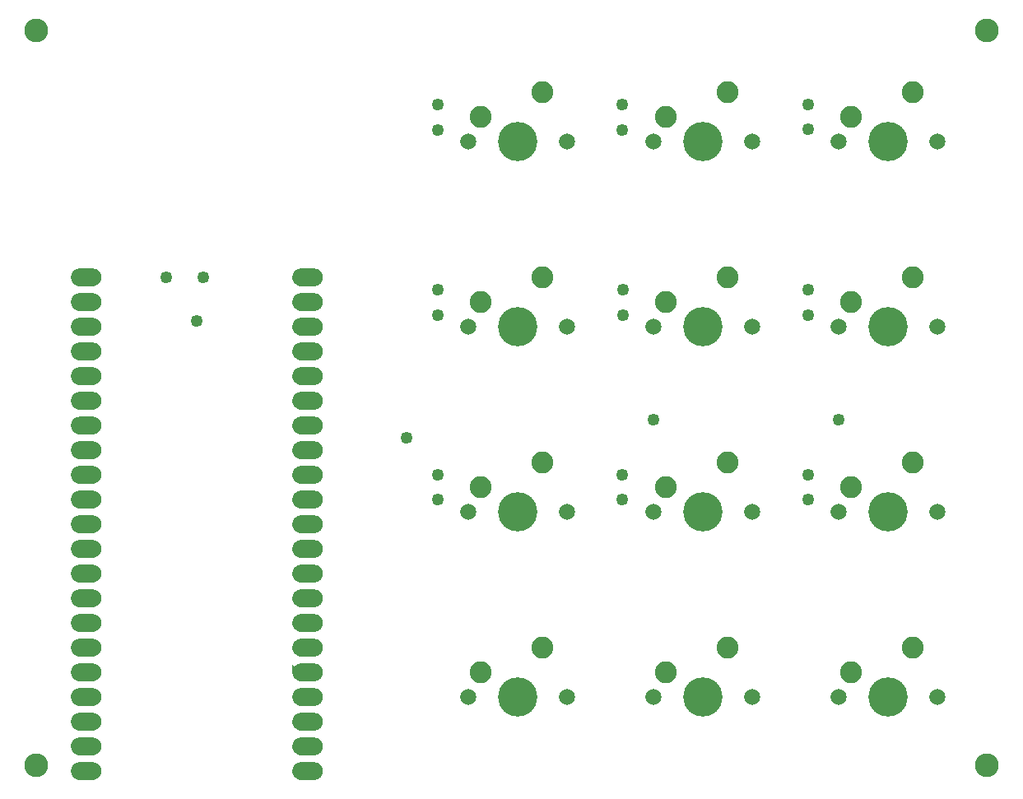
<source format=gbs>
G04 MADE WITH FRITZING*
G04 WWW.FRITZING.ORG*
G04 DOUBLE SIDED*
G04 HOLES PLATED*
G04 CONTOUR ON CENTER OF CONTOUR VECTOR*
%ASAXBY*%
%FSLAX23Y23*%
%MOIN*%
%OFA0B0*%
%SFA1.0B1.0*%
%ADD10C,0.049370*%
%ADD11C,0.062000*%
%ADD12C,0.088639*%
%ADD13C,0.158908*%
%ADD14C,0.065278*%
%ADD15C,0.096614*%
%ADD16R,0.001000X0.001000*%
%LNMASK0*%
G90*
G70*
G54D10*
X1705Y2757D03*
X1706Y2655D03*
X2453Y2656D03*
X2453Y2757D03*
X3205Y2657D03*
X3205Y2757D03*
X1704Y1906D03*
X2455Y1906D03*
X3204Y1906D03*
X3204Y2008D03*
X2455Y2008D03*
X1704Y2008D03*
X3206Y1257D03*
X3206Y1157D03*
X2453Y1257D03*
X2453Y1157D03*
X1704Y1257D03*
X1704Y1157D03*
X1579Y1407D03*
X2580Y1482D03*
X3330Y1482D03*
G54D11*
X279Y2057D03*
X279Y1957D03*
X279Y1857D03*
X279Y1757D03*
X279Y1657D03*
X279Y1557D03*
X279Y1457D03*
X279Y1357D03*
X279Y1257D03*
X279Y1157D03*
X279Y1057D03*
X279Y957D03*
X279Y857D03*
X279Y757D03*
X279Y657D03*
X279Y557D03*
X279Y457D03*
X279Y357D03*
X279Y257D03*
X279Y157D03*
X279Y57D03*
X1180Y57D03*
X1180Y157D03*
X1180Y257D03*
X1180Y357D03*
X1180Y457D03*
X1180Y557D03*
X1180Y657D03*
X1180Y757D03*
X1180Y857D03*
X1180Y957D03*
X1180Y1057D03*
X1180Y1157D03*
X1180Y1257D03*
X1180Y1357D03*
X1180Y1457D03*
X1180Y1557D03*
X1180Y1657D03*
X1180Y1757D03*
X1180Y1857D03*
X1180Y1957D03*
X1180Y2057D03*
G54D12*
X1879Y2707D03*
X2129Y2807D03*
G54D13*
X2029Y2607D03*
G54D14*
X1829Y2607D03*
X2229Y2607D03*
G54D12*
X2629Y2707D03*
X2879Y2807D03*
G54D13*
X2779Y2607D03*
G54D14*
X2579Y2607D03*
X2979Y2607D03*
G54D12*
X3379Y2707D03*
X3629Y2807D03*
G54D13*
X3529Y2607D03*
G54D14*
X3329Y2607D03*
X3729Y2607D03*
G54D12*
X1879Y1957D03*
X2129Y2057D03*
G54D13*
X2029Y1857D03*
G54D14*
X1829Y1857D03*
X2229Y1857D03*
G54D12*
X2629Y1957D03*
X2879Y2057D03*
G54D13*
X2779Y1857D03*
G54D14*
X2579Y1857D03*
X2979Y1857D03*
G54D12*
X3379Y1957D03*
X3629Y2057D03*
G54D13*
X3529Y1857D03*
G54D14*
X3329Y1857D03*
X3729Y1857D03*
G54D12*
X1879Y1207D03*
X2129Y1307D03*
G54D13*
X2029Y1107D03*
G54D14*
X1829Y1107D03*
X2229Y1107D03*
G54D12*
X2629Y1207D03*
X2879Y1307D03*
G54D13*
X2779Y1107D03*
G54D14*
X2579Y1107D03*
X2979Y1107D03*
G54D12*
X3379Y1207D03*
X3629Y1307D03*
G54D13*
X3529Y1107D03*
G54D14*
X3329Y1107D03*
X3729Y1107D03*
G54D12*
X1879Y457D03*
X2129Y557D03*
G54D13*
X2029Y357D03*
G54D14*
X1829Y357D03*
X2229Y357D03*
G54D12*
X2629Y457D03*
X2879Y557D03*
G54D13*
X2779Y357D03*
G54D14*
X2579Y357D03*
X2979Y357D03*
G54D12*
X3379Y457D03*
X3629Y557D03*
G54D13*
X3529Y357D03*
G54D14*
X3329Y357D03*
X3729Y357D03*
G54D15*
X79Y3057D03*
X79Y82D03*
X3929Y82D03*
X3929Y3057D03*
G54D10*
X754Y2057D03*
X604Y2057D03*
X729Y1882D03*
G54D16*
X250Y2093D02*
X312Y2093D01*
X1147Y2093D02*
X1209Y2093D01*
X246Y2092D02*
X316Y2092D01*
X1143Y2092D02*
X1213Y2092D01*
X243Y2091D02*
X319Y2091D01*
X1140Y2091D02*
X1216Y2091D01*
X240Y2090D02*
X321Y2090D01*
X1137Y2090D02*
X1218Y2090D01*
X238Y2089D02*
X324Y2089D01*
X1135Y2089D02*
X1220Y2089D01*
X237Y2088D02*
X325Y2088D01*
X1133Y2088D02*
X1222Y2088D01*
X235Y2087D02*
X327Y2087D01*
X1132Y2087D02*
X1224Y2087D01*
X234Y2086D02*
X328Y2086D01*
X1130Y2086D02*
X1225Y2086D01*
X232Y2085D02*
X330Y2085D01*
X1129Y2085D02*
X1226Y2085D01*
X231Y2084D02*
X331Y2084D01*
X1128Y2084D02*
X1228Y2084D01*
X230Y2083D02*
X332Y2083D01*
X1127Y2083D02*
X1229Y2083D01*
X229Y2082D02*
X333Y2082D01*
X1126Y2082D02*
X1230Y2082D01*
X228Y2081D02*
X334Y2081D01*
X1125Y2081D02*
X1231Y2081D01*
X227Y2080D02*
X334Y2080D01*
X1124Y2080D02*
X1231Y2080D01*
X227Y2079D02*
X335Y2079D01*
X1124Y2079D02*
X1232Y2079D01*
X226Y2078D02*
X336Y2078D01*
X1123Y2078D02*
X1233Y2078D01*
X225Y2077D02*
X337Y2077D01*
X1122Y2077D02*
X1233Y2077D01*
X225Y2076D02*
X337Y2076D01*
X1122Y2076D02*
X1234Y2076D01*
X224Y2075D02*
X338Y2075D01*
X1121Y2075D02*
X1235Y2075D01*
X224Y2074D02*
X338Y2074D01*
X1121Y2074D02*
X1235Y2074D01*
X223Y2073D02*
X339Y2073D01*
X1120Y2073D02*
X1236Y2073D01*
X223Y2072D02*
X339Y2072D01*
X1120Y2072D02*
X1236Y2072D01*
X222Y2071D02*
X340Y2071D01*
X1119Y2071D02*
X1236Y2071D01*
X222Y2070D02*
X340Y2070D01*
X1119Y2070D02*
X1237Y2070D01*
X222Y2069D02*
X340Y2069D01*
X1118Y2069D02*
X1237Y2069D01*
X221Y2068D02*
X341Y2068D01*
X1118Y2068D02*
X1238Y2068D01*
X221Y2067D02*
X341Y2067D01*
X1118Y2067D02*
X1238Y2067D01*
X221Y2066D02*
X341Y2066D01*
X1118Y2066D02*
X1238Y2066D01*
X220Y2065D02*
X342Y2065D01*
X1117Y2065D02*
X1238Y2065D01*
X220Y2064D02*
X342Y2064D01*
X1117Y2064D02*
X1239Y2064D01*
X220Y2063D02*
X278Y2063D01*
X285Y2063D02*
X342Y2063D01*
X1117Y2063D02*
X1175Y2063D01*
X1181Y2063D02*
X1239Y2063D01*
X220Y2062D02*
X277Y2062D01*
X286Y2062D02*
X342Y2062D01*
X1117Y2062D02*
X1173Y2062D01*
X1182Y2062D02*
X1239Y2062D01*
X220Y2061D02*
X276Y2061D01*
X287Y2061D02*
X342Y2061D01*
X1117Y2061D02*
X1172Y2061D01*
X1183Y2061D02*
X1239Y2061D01*
X220Y2060D02*
X276Y2060D01*
X288Y2060D02*
X342Y2060D01*
X1116Y2060D02*
X1172Y2060D01*
X1184Y2060D02*
X1239Y2060D01*
X220Y2059D02*
X275Y2059D01*
X288Y2059D02*
X342Y2059D01*
X1116Y2059D02*
X1171Y2059D01*
X1184Y2059D02*
X1239Y2059D01*
X220Y2058D02*
X275Y2058D01*
X288Y2058D02*
X342Y2058D01*
X1116Y2058D02*
X1171Y2058D01*
X1184Y2058D02*
X1239Y2058D01*
X220Y2057D02*
X275Y2057D01*
X288Y2057D02*
X342Y2057D01*
X1116Y2057D02*
X1171Y2057D01*
X1184Y2057D02*
X1239Y2057D01*
X220Y2056D02*
X275Y2056D01*
X288Y2056D02*
X342Y2056D01*
X1116Y2056D02*
X1171Y2056D01*
X1184Y2056D02*
X1239Y2056D01*
X220Y2055D02*
X276Y2055D01*
X288Y2055D02*
X342Y2055D01*
X1116Y2055D02*
X1172Y2055D01*
X1184Y2055D02*
X1239Y2055D01*
X220Y2054D02*
X276Y2054D01*
X287Y2054D02*
X342Y2054D01*
X1116Y2054D02*
X1173Y2054D01*
X1183Y2054D02*
X1239Y2054D01*
X220Y2053D02*
X277Y2053D01*
X286Y2053D02*
X342Y2053D01*
X1116Y2053D02*
X1173Y2053D01*
X1182Y2053D02*
X1239Y2053D01*
X220Y2052D02*
X279Y2052D01*
X285Y2052D02*
X342Y2052D01*
X1116Y2052D02*
X1175Y2052D01*
X1181Y2052D02*
X1239Y2052D01*
X220Y2051D02*
X342Y2051D01*
X1116Y2051D02*
X1239Y2051D01*
X220Y2050D02*
X341Y2050D01*
X1116Y2050D02*
X1238Y2050D01*
X221Y2049D02*
X341Y2049D01*
X1116Y2049D02*
X1238Y2049D01*
X221Y2048D02*
X341Y2048D01*
X1116Y2048D02*
X1238Y2048D01*
X221Y2047D02*
X341Y2047D01*
X1118Y2047D02*
X1238Y2047D01*
X222Y2046D02*
X340Y2046D01*
X1118Y2046D02*
X1237Y2046D01*
X222Y2045D02*
X340Y2045D01*
X1119Y2045D02*
X1237Y2045D01*
X222Y2044D02*
X340Y2044D01*
X1119Y2044D02*
X1236Y2044D01*
X223Y2043D02*
X339Y2043D01*
X1120Y2043D02*
X1236Y2043D01*
X223Y2042D02*
X339Y2042D01*
X1120Y2042D02*
X1235Y2042D01*
X224Y2041D02*
X338Y2041D01*
X1121Y2041D02*
X1235Y2041D01*
X224Y2040D02*
X338Y2040D01*
X1121Y2040D02*
X1235Y2040D01*
X225Y2039D02*
X337Y2039D01*
X1122Y2039D02*
X1234Y2039D01*
X225Y2038D02*
X336Y2038D01*
X1122Y2038D02*
X1233Y2038D01*
X226Y2037D02*
X336Y2037D01*
X1123Y2037D02*
X1233Y2037D01*
X227Y2036D02*
X335Y2036D01*
X1124Y2036D02*
X1232Y2036D01*
X228Y2035D02*
X334Y2035D01*
X1124Y2035D02*
X1231Y2035D01*
X228Y2034D02*
X334Y2034D01*
X1125Y2034D02*
X1230Y2034D01*
X229Y2033D02*
X333Y2033D01*
X1126Y2033D02*
X1230Y2033D01*
X230Y2032D02*
X332Y2032D01*
X1127Y2032D02*
X1229Y2032D01*
X231Y2031D02*
X331Y2031D01*
X1128Y2031D02*
X1227Y2031D01*
X232Y2030D02*
X330Y2030D01*
X1129Y2030D02*
X1226Y2030D01*
X234Y2029D02*
X328Y2029D01*
X1131Y2029D02*
X1225Y2029D01*
X235Y2028D02*
X327Y2028D01*
X1132Y2028D02*
X1224Y2028D01*
X237Y2027D02*
X325Y2027D01*
X1134Y2027D02*
X1222Y2027D01*
X239Y2026D02*
X323Y2026D01*
X1135Y2026D02*
X1220Y2026D01*
X241Y2025D02*
X321Y2025D01*
X1137Y2025D02*
X1218Y2025D01*
X243Y2024D02*
X319Y2024D01*
X1140Y2024D02*
X1216Y2024D01*
X246Y2023D02*
X316Y2023D01*
X1143Y2023D02*
X1213Y2023D01*
X251Y2022D02*
X311Y2022D01*
X1147Y2022D02*
X1208Y2022D01*
X250Y1993D02*
X312Y1993D01*
X1147Y1993D02*
X1209Y1993D01*
X246Y1992D02*
X316Y1992D01*
X1143Y1992D02*
X1213Y1992D01*
X243Y1991D02*
X319Y1991D01*
X1140Y1991D02*
X1216Y1991D01*
X240Y1990D02*
X321Y1990D01*
X1137Y1990D02*
X1218Y1990D01*
X238Y1989D02*
X323Y1989D01*
X1135Y1989D02*
X1220Y1989D01*
X237Y1988D02*
X325Y1988D01*
X1133Y1988D02*
X1222Y1988D01*
X235Y1987D02*
X327Y1987D01*
X1132Y1987D02*
X1224Y1987D01*
X234Y1986D02*
X328Y1986D01*
X1130Y1986D02*
X1225Y1986D01*
X232Y1985D02*
X330Y1985D01*
X1129Y1985D02*
X1226Y1985D01*
X231Y1984D02*
X331Y1984D01*
X1128Y1984D02*
X1228Y1984D01*
X230Y1983D02*
X332Y1983D01*
X1127Y1983D02*
X1229Y1983D01*
X229Y1982D02*
X333Y1982D01*
X1126Y1982D02*
X1230Y1982D01*
X228Y1981D02*
X334Y1981D01*
X1125Y1981D02*
X1231Y1981D01*
X227Y1980D02*
X334Y1980D01*
X1124Y1980D02*
X1231Y1980D01*
X227Y1979D02*
X335Y1979D01*
X1124Y1979D02*
X1232Y1979D01*
X226Y1978D02*
X336Y1978D01*
X1123Y1978D02*
X1233Y1978D01*
X225Y1977D02*
X336Y1977D01*
X1122Y1977D02*
X1233Y1977D01*
X225Y1976D02*
X337Y1976D01*
X1122Y1976D02*
X1234Y1976D01*
X224Y1975D02*
X338Y1975D01*
X1121Y1975D02*
X1235Y1975D01*
X224Y1974D02*
X338Y1974D01*
X1121Y1974D02*
X1235Y1974D01*
X223Y1973D02*
X339Y1973D01*
X1120Y1973D02*
X1236Y1973D01*
X223Y1972D02*
X339Y1972D01*
X1120Y1972D02*
X1236Y1972D01*
X222Y1971D02*
X340Y1971D01*
X1119Y1971D02*
X1236Y1971D01*
X222Y1970D02*
X340Y1970D01*
X1119Y1970D02*
X1237Y1970D01*
X221Y1969D02*
X340Y1969D01*
X1118Y1969D02*
X1237Y1969D01*
X221Y1968D02*
X341Y1968D01*
X1118Y1968D02*
X1238Y1968D01*
X221Y1967D02*
X341Y1967D01*
X1118Y1967D02*
X1238Y1967D01*
X221Y1966D02*
X341Y1966D01*
X1118Y1966D02*
X1238Y1966D01*
X220Y1965D02*
X341Y1965D01*
X1117Y1965D02*
X1238Y1965D01*
X220Y1964D02*
X342Y1964D01*
X1117Y1964D02*
X1239Y1964D01*
X220Y1963D02*
X278Y1963D01*
X285Y1963D02*
X342Y1963D01*
X1117Y1963D02*
X1175Y1963D01*
X1181Y1963D02*
X1239Y1963D01*
X220Y1962D02*
X277Y1962D01*
X286Y1962D02*
X342Y1962D01*
X1117Y1962D02*
X1173Y1962D01*
X1183Y1962D02*
X1239Y1962D01*
X220Y1961D02*
X276Y1961D01*
X287Y1961D02*
X342Y1961D01*
X1117Y1961D02*
X1172Y1961D01*
X1183Y1961D02*
X1239Y1961D01*
X220Y1960D02*
X275Y1960D01*
X288Y1960D02*
X342Y1960D01*
X1116Y1960D02*
X1172Y1960D01*
X1184Y1960D02*
X1239Y1960D01*
X219Y1959D02*
X275Y1959D01*
X288Y1959D02*
X342Y1959D01*
X1116Y1959D02*
X1171Y1959D01*
X1184Y1959D02*
X1239Y1959D01*
X219Y1958D02*
X275Y1958D01*
X288Y1958D02*
X342Y1958D01*
X1116Y1958D02*
X1171Y1958D01*
X1184Y1958D02*
X1239Y1958D01*
X219Y1957D02*
X275Y1957D01*
X288Y1957D02*
X342Y1957D01*
X1116Y1957D02*
X1171Y1957D01*
X1184Y1957D02*
X1239Y1957D01*
X219Y1956D02*
X275Y1956D01*
X288Y1956D02*
X342Y1956D01*
X1116Y1956D02*
X1171Y1956D01*
X1184Y1956D02*
X1239Y1956D01*
X220Y1955D02*
X276Y1955D01*
X288Y1955D02*
X342Y1955D01*
X1116Y1955D02*
X1172Y1955D01*
X1184Y1955D02*
X1239Y1955D01*
X220Y1954D02*
X276Y1954D01*
X287Y1954D02*
X342Y1954D01*
X1116Y1954D02*
X1172Y1954D01*
X1183Y1954D02*
X1239Y1954D01*
X220Y1953D02*
X277Y1953D01*
X286Y1953D02*
X342Y1953D01*
X1116Y1953D02*
X1173Y1953D01*
X1182Y1953D02*
X1239Y1953D01*
X220Y1952D02*
X279Y1952D01*
X284Y1952D02*
X342Y1952D01*
X1116Y1952D02*
X1175Y1952D01*
X1181Y1952D02*
X1239Y1952D01*
X220Y1951D02*
X342Y1951D01*
X1116Y1951D02*
X1239Y1951D01*
X220Y1950D02*
X341Y1950D01*
X1116Y1950D02*
X1238Y1950D01*
X221Y1949D02*
X341Y1949D01*
X1116Y1949D02*
X1238Y1949D01*
X221Y1948D02*
X341Y1948D01*
X1116Y1948D02*
X1238Y1948D01*
X221Y1947D02*
X341Y1947D01*
X1118Y1947D02*
X1238Y1947D01*
X222Y1946D02*
X340Y1946D01*
X1118Y1946D02*
X1237Y1946D01*
X222Y1945D02*
X340Y1945D01*
X1119Y1945D02*
X1237Y1945D01*
X222Y1944D02*
X339Y1944D01*
X1119Y1944D02*
X1236Y1944D01*
X223Y1943D02*
X339Y1943D01*
X1120Y1943D02*
X1236Y1943D01*
X223Y1942D02*
X339Y1942D01*
X1120Y1942D02*
X1235Y1942D01*
X224Y1941D02*
X338Y1941D01*
X1121Y1941D02*
X1235Y1941D01*
X224Y1940D02*
X338Y1940D01*
X1121Y1940D02*
X1235Y1940D01*
X225Y1939D02*
X337Y1939D01*
X1122Y1939D02*
X1234Y1939D01*
X225Y1938D02*
X336Y1938D01*
X1122Y1938D02*
X1233Y1938D01*
X226Y1937D02*
X336Y1937D01*
X1123Y1937D02*
X1233Y1937D01*
X227Y1936D02*
X335Y1936D01*
X1124Y1936D02*
X1232Y1936D01*
X227Y1935D02*
X334Y1935D01*
X1124Y1935D02*
X1231Y1935D01*
X228Y1934D02*
X333Y1934D01*
X1125Y1934D02*
X1230Y1934D01*
X229Y1933D02*
X333Y1933D01*
X1126Y1933D02*
X1230Y1933D01*
X230Y1932D02*
X332Y1932D01*
X1127Y1932D02*
X1229Y1932D01*
X231Y1931D02*
X331Y1931D01*
X1128Y1931D02*
X1227Y1931D01*
X232Y1930D02*
X329Y1930D01*
X1129Y1930D02*
X1226Y1930D01*
X234Y1929D02*
X328Y1929D01*
X1131Y1929D02*
X1225Y1929D01*
X235Y1928D02*
X327Y1928D01*
X1132Y1928D02*
X1224Y1928D01*
X237Y1927D02*
X325Y1927D01*
X1134Y1927D02*
X1222Y1927D01*
X238Y1926D02*
X323Y1926D01*
X1135Y1926D02*
X1220Y1926D01*
X241Y1925D02*
X321Y1925D01*
X1138Y1925D02*
X1218Y1925D01*
X243Y1924D02*
X319Y1924D01*
X1140Y1924D02*
X1216Y1924D01*
X246Y1923D02*
X316Y1923D01*
X1143Y1923D02*
X1213Y1923D01*
X251Y1922D02*
X311Y1922D01*
X1147Y1922D02*
X1208Y1922D01*
X250Y1893D02*
X312Y1893D01*
X1147Y1893D02*
X1209Y1893D01*
X246Y1892D02*
X316Y1892D01*
X1143Y1892D02*
X1213Y1892D01*
X243Y1891D02*
X319Y1891D01*
X1140Y1891D02*
X1216Y1891D01*
X240Y1890D02*
X321Y1890D01*
X1137Y1890D02*
X1218Y1890D01*
X238Y1889D02*
X323Y1889D01*
X1135Y1889D02*
X1220Y1889D01*
X236Y1888D02*
X325Y1888D01*
X1133Y1888D02*
X1222Y1888D01*
X235Y1887D02*
X327Y1887D01*
X1132Y1887D02*
X1224Y1887D01*
X233Y1886D02*
X328Y1886D01*
X1130Y1886D02*
X1225Y1886D01*
X232Y1885D02*
X330Y1885D01*
X1129Y1885D02*
X1227Y1885D01*
X231Y1884D02*
X331Y1884D01*
X1128Y1884D02*
X1228Y1884D01*
X230Y1883D02*
X332Y1883D01*
X1127Y1883D02*
X1229Y1883D01*
X229Y1882D02*
X333Y1882D01*
X1126Y1882D02*
X1230Y1882D01*
X228Y1881D02*
X334Y1881D01*
X1125Y1881D02*
X1231Y1881D01*
X227Y1880D02*
X334Y1880D01*
X1124Y1880D02*
X1231Y1880D01*
X227Y1879D02*
X335Y1879D01*
X1124Y1879D02*
X1232Y1879D01*
X226Y1878D02*
X336Y1878D01*
X1123Y1878D02*
X1233Y1878D01*
X225Y1877D02*
X336Y1877D01*
X1122Y1877D02*
X1233Y1877D01*
X225Y1876D02*
X337Y1876D01*
X1122Y1876D02*
X1234Y1876D01*
X224Y1875D02*
X338Y1875D01*
X1121Y1875D02*
X1235Y1875D01*
X224Y1874D02*
X338Y1874D01*
X1121Y1874D02*
X1235Y1874D01*
X223Y1873D02*
X339Y1873D01*
X1120Y1873D02*
X1236Y1873D01*
X223Y1872D02*
X339Y1872D01*
X1120Y1872D02*
X1236Y1872D01*
X222Y1871D02*
X340Y1871D01*
X1119Y1871D02*
X1236Y1871D01*
X222Y1870D02*
X340Y1870D01*
X1119Y1870D02*
X1237Y1870D01*
X221Y1869D02*
X340Y1869D01*
X1118Y1869D02*
X1237Y1869D01*
X221Y1868D02*
X341Y1868D01*
X1118Y1868D02*
X1238Y1868D01*
X221Y1867D02*
X341Y1867D01*
X1118Y1867D02*
X1238Y1867D01*
X221Y1866D02*
X341Y1866D01*
X1118Y1866D02*
X1238Y1866D01*
X220Y1865D02*
X341Y1865D01*
X1117Y1865D02*
X1238Y1865D01*
X220Y1864D02*
X342Y1864D01*
X1117Y1864D02*
X1239Y1864D01*
X220Y1863D02*
X278Y1863D01*
X285Y1863D02*
X342Y1863D01*
X1117Y1863D02*
X1175Y1863D01*
X1181Y1863D02*
X1239Y1863D01*
X220Y1862D02*
X277Y1862D01*
X286Y1862D02*
X342Y1862D01*
X1117Y1862D02*
X1173Y1862D01*
X1183Y1862D02*
X1239Y1862D01*
X220Y1861D02*
X276Y1861D01*
X287Y1861D02*
X342Y1861D01*
X1117Y1861D02*
X1172Y1861D01*
X1183Y1861D02*
X1239Y1861D01*
X219Y1860D02*
X275Y1860D01*
X288Y1860D02*
X342Y1860D01*
X1116Y1860D02*
X1172Y1860D01*
X1184Y1860D02*
X1239Y1860D01*
X219Y1859D02*
X275Y1859D01*
X288Y1859D02*
X342Y1859D01*
X1116Y1859D02*
X1171Y1859D01*
X1184Y1859D02*
X1239Y1859D01*
X219Y1858D02*
X275Y1858D01*
X288Y1858D02*
X342Y1858D01*
X1116Y1858D02*
X1171Y1858D01*
X1184Y1858D02*
X1239Y1858D01*
X219Y1857D02*
X275Y1857D01*
X288Y1857D02*
X342Y1857D01*
X1116Y1857D02*
X1171Y1857D01*
X1184Y1857D02*
X1239Y1857D01*
X219Y1856D02*
X275Y1856D01*
X288Y1856D02*
X342Y1856D01*
X1116Y1856D02*
X1171Y1856D01*
X1184Y1856D02*
X1239Y1856D01*
X220Y1855D02*
X276Y1855D01*
X288Y1855D02*
X342Y1855D01*
X1116Y1855D02*
X1172Y1855D01*
X1184Y1855D02*
X1239Y1855D01*
X220Y1854D02*
X276Y1854D01*
X287Y1854D02*
X342Y1854D01*
X1116Y1854D02*
X1172Y1854D01*
X1183Y1854D02*
X1239Y1854D01*
X220Y1853D02*
X277Y1853D01*
X286Y1853D02*
X342Y1853D01*
X1116Y1853D02*
X1173Y1853D01*
X1182Y1853D02*
X1239Y1853D01*
X220Y1852D02*
X279Y1852D01*
X284Y1852D02*
X342Y1852D01*
X1116Y1852D02*
X1175Y1852D01*
X1181Y1852D02*
X1239Y1852D01*
X220Y1851D02*
X342Y1851D01*
X1116Y1851D02*
X1239Y1851D01*
X220Y1850D02*
X341Y1850D01*
X1116Y1850D02*
X1238Y1850D01*
X221Y1849D02*
X341Y1849D01*
X1116Y1849D02*
X1238Y1849D01*
X221Y1848D02*
X341Y1848D01*
X1116Y1848D02*
X1238Y1848D01*
X221Y1847D02*
X341Y1847D01*
X1118Y1847D02*
X1238Y1847D01*
X221Y1846D02*
X340Y1846D01*
X1118Y1846D02*
X1237Y1846D01*
X222Y1845D02*
X340Y1845D01*
X1119Y1845D02*
X1237Y1845D01*
X222Y1844D02*
X339Y1844D01*
X1119Y1844D02*
X1236Y1844D01*
X223Y1843D02*
X339Y1843D01*
X1120Y1843D02*
X1236Y1843D01*
X223Y1842D02*
X339Y1842D01*
X1120Y1842D02*
X1235Y1842D01*
X224Y1841D02*
X338Y1841D01*
X1121Y1841D02*
X1235Y1841D01*
X224Y1840D02*
X338Y1840D01*
X1121Y1840D02*
X1235Y1840D01*
X225Y1839D02*
X337Y1839D01*
X1122Y1839D02*
X1234Y1839D01*
X225Y1838D02*
X336Y1838D01*
X1122Y1838D02*
X1233Y1838D01*
X226Y1837D02*
X336Y1837D01*
X1123Y1837D02*
X1233Y1837D01*
X227Y1836D02*
X335Y1836D01*
X1124Y1836D02*
X1232Y1836D01*
X227Y1835D02*
X334Y1835D01*
X1124Y1835D02*
X1231Y1835D01*
X228Y1834D02*
X333Y1834D01*
X1125Y1834D02*
X1230Y1834D01*
X229Y1833D02*
X333Y1833D01*
X1126Y1833D02*
X1230Y1833D01*
X230Y1832D02*
X332Y1832D01*
X1127Y1832D02*
X1229Y1832D01*
X231Y1831D02*
X331Y1831D01*
X1128Y1831D02*
X1227Y1831D01*
X232Y1830D02*
X329Y1830D01*
X1129Y1830D02*
X1226Y1830D01*
X234Y1829D02*
X328Y1829D01*
X1131Y1829D02*
X1225Y1829D01*
X235Y1828D02*
X327Y1828D01*
X1132Y1828D02*
X1224Y1828D01*
X237Y1827D02*
X325Y1827D01*
X1134Y1827D02*
X1222Y1827D01*
X238Y1826D02*
X323Y1826D01*
X1135Y1826D02*
X1220Y1826D01*
X241Y1825D02*
X321Y1825D01*
X1138Y1825D02*
X1218Y1825D01*
X243Y1824D02*
X319Y1824D01*
X1140Y1824D02*
X1216Y1824D01*
X246Y1823D02*
X316Y1823D01*
X1143Y1823D02*
X1213Y1823D01*
X251Y1822D02*
X311Y1822D01*
X1147Y1822D02*
X1208Y1822D01*
X250Y1793D02*
X312Y1793D01*
X1147Y1793D02*
X1209Y1793D01*
X246Y1792D02*
X316Y1792D01*
X1142Y1792D02*
X1213Y1792D01*
X243Y1791D02*
X319Y1791D01*
X1140Y1791D02*
X1216Y1791D01*
X240Y1790D02*
X321Y1790D01*
X1137Y1790D02*
X1218Y1790D01*
X238Y1789D02*
X324Y1789D01*
X1135Y1789D02*
X1220Y1789D01*
X237Y1788D02*
X325Y1788D01*
X1133Y1788D02*
X1222Y1788D01*
X235Y1787D02*
X327Y1787D01*
X1132Y1787D02*
X1224Y1787D01*
X233Y1786D02*
X328Y1786D01*
X1130Y1786D02*
X1225Y1786D01*
X232Y1785D02*
X330Y1785D01*
X1129Y1785D02*
X1227Y1785D01*
X231Y1784D02*
X331Y1784D01*
X1128Y1784D02*
X1228Y1784D01*
X230Y1783D02*
X332Y1783D01*
X1127Y1783D02*
X1229Y1783D01*
X229Y1782D02*
X333Y1782D01*
X1126Y1782D02*
X1230Y1782D01*
X228Y1781D02*
X334Y1781D01*
X1125Y1781D02*
X1231Y1781D01*
X227Y1780D02*
X334Y1780D01*
X1124Y1780D02*
X1231Y1780D01*
X227Y1779D02*
X335Y1779D01*
X1124Y1779D02*
X1232Y1779D01*
X226Y1778D02*
X336Y1778D01*
X1123Y1778D02*
X1233Y1778D01*
X225Y1777D02*
X336Y1777D01*
X1122Y1777D02*
X1233Y1777D01*
X225Y1776D02*
X337Y1776D01*
X1122Y1776D02*
X1234Y1776D01*
X224Y1775D02*
X338Y1775D01*
X1121Y1775D02*
X1235Y1775D01*
X224Y1774D02*
X338Y1774D01*
X1121Y1774D02*
X1235Y1774D01*
X223Y1773D02*
X339Y1773D01*
X1120Y1773D02*
X1236Y1773D01*
X223Y1772D02*
X339Y1772D01*
X1120Y1772D02*
X1236Y1772D01*
X222Y1771D02*
X340Y1771D01*
X1119Y1771D02*
X1236Y1771D01*
X222Y1770D02*
X340Y1770D01*
X1119Y1770D02*
X1237Y1770D01*
X221Y1769D02*
X340Y1769D01*
X1118Y1769D02*
X1237Y1769D01*
X221Y1768D02*
X341Y1768D01*
X1118Y1768D02*
X1238Y1768D01*
X221Y1767D02*
X341Y1767D01*
X1118Y1767D02*
X1238Y1767D01*
X221Y1766D02*
X341Y1766D01*
X1118Y1766D02*
X1238Y1766D01*
X220Y1765D02*
X341Y1765D01*
X1117Y1765D02*
X1238Y1765D01*
X220Y1764D02*
X342Y1764D01*
X1117Y1764D02*
X1239Y1764D01*
X220Y1763D02*
X278Y1763D01*
X285Y1763D02*
X342Y1763D01*
X1117Y1763D02*
X1174Y1763D01*
X1181Y1763D02*
X1239Y1763D01*
X220Y1762D02*
X277Y1762D01*
X286Y1762D02*
X342Y1762D01*
X1117Y1762D02*
X1173Y1762D01*
X1183Y1762D02*
X1239Y1762D01*
X220Y1761D02*
X276Y1761D01*
X287Y1761D02*
X342Y1761D01*
X1117Y1761D02*
X1172Y1761D01*
X1183Y1761D02*
X1239Y1761D01*
X220Y1760D02*
X275Y1760D01*
X288Y1760D02*
X342Y1760D01*
X1116Y1760D02*
X1172Y1760D01*
X1184Y1760D02*
X1239Y1760D01*
X219Y1759D02*
X275Y1759D01*
X288Y1759D02*
X342Y1759D01*
X1116Y1759D02*
X1171Y1759D01*
X1184Y1759D02*
X1239Y1759D01*
X219Y1758D02*
X275Y1758D01*
X288Y1758D02*
X342Y1758D01*
X1116Y1758D02*
X1171Y1758D01*
X1184Y1758D02*
X1239Y1758D01*
X219Y1757D02*
X275Y1757D01*
X288Y1757D02*
X342Y1757D01*
X1116Y1757D02*
X1171Y1757D01*
X1184Y1757D02*
X1239Y1757D01*
X219Y1756D02*
X275Y1756D01*
X288Y1756D02*
X342Y1756D01*
X1116Y1756D02*
X1171Y1756D01*
X1184Y1756D02*
X1239Y1756D01*
X220Y1755D02*
X276Y1755D01*
X288Y1755D02*
X342Y1755D01*
X1116Y1755D02*
X1172Y1755D01*
X1184Y1755D02*
X1239Y1755D01*
X220Y1754D02*
X276Y1754D01*
X287Y1754D02*
X342Y1754D01*
X1116Y1754D02*
X1172Y1754D01*
X1183Y1754D02*
X1239Y1754D01*
X220Y1753D02*
X277Y1753D01*
X286Y1753D02*
X342Y1753D01*
X1116Y1753D02*
X1173Y1753D01*
X1182Y1753D02*
X1239Y1753D01*
X220Y1752D02*
X279Y1752D01*
X284Y1752D02*
X342Y1752D01*
X1116Y1752D02*
X1175Y1752D01*
X1181Y1752D02*
X1239Y1752D01*
X220Y1751D02*
X342Y1751D01*
X1116Y1751D02*
X1239Y1751D01*
X220Y1750D02*
X341Y1750D01*
X1116Y1750D02*
X1238Y1750D01*
X221Y1749D02*
X341Y1749D01*
X1116Y1749D02*
X1238Y1749D01*
X221Y1748D02*
X341Y1748D01*
X1116Y1748D02*
X1238Y1748D01*
X221Y1747D02*
X341Y1747D01*
X1118Y1747D02*
X1238Y1747D01*
X222Y1746D02*
X340Y1746D01*
X1118Y1746D02*
X1237Y1746D01*
X222Y1745D02*
X340Y1745D01*
X1119Y1745D02*
X1237Y1745D01*
X222Y1744D02*
X339Y1744D01*
X1119Y1744D02*
X1236Y1744D01*
X223Y1743D02*
X339Y1743D01*
X1120Y1743D02*
X1236Y1743D01*
X223Y1742D02*
X339Y1742D01*
X1120Y1742D02*
X1235Y1742D01*
X224Y1741D02*
X338Y1741D01*
X1121Y1741D02*
X1235Y1741D01*
X224Y1740D02*
X338Y1740D01*
X1121Y1740D02*
X1234Y1740D01*
X225Y1739D02*
X337Y1739D01*
X1122Y1739D02*
X1234Y1739D01*
X225Y1738D02*
X336Y1738D01*
X1122Y1738D02*
X1233Y1738D01*
X226Y1737D02*
X336Y1737D01*
X1123Y1737D02*
X1233Y1737D01*
X227Y1736D02*
X335Y1736D01*
X1124Y1736D02*
X1232Y1736D01*
X227Y1735D02*
X334Y1735D01*
X1124Y1735D02*
X1231Y1735D01*
X228Y1734D02*
X333Y1734D01*
X1125Y1734D02*
X1230Y1734D01*
X229Y1733D02*
X333Y1733D01*
X1126Y1733D02*
X1230Y1733D01*
X230Y1732D02*
X332Y1732D01*
X1127Y1732D02*
X1229Y1732D01*
X231Y1731D02*
X331Y1731D01*
X1128Y1731D02*
X1227Y1731D01*
X232Y1730D02*
X329Y1730D01*
X1129Y1730D02*
X1226Y1730D01*
X234Y1729D02*
X328Y1729D01*
X1131Y1729D02*
X1225Y1729D01*
X235Y1728D02*
X327Y1728D01*
X1132Y1728D02*
X1224Y1728D01*
X237Y1727D02*
X325Y1727D01*
X1134Y1727D02*
X1222Y1727D01*
X238Y1726D02*
X323Y1726D01*
X1135Y1726D02*
X1220Y1726D01*
X241Y1725D02*
X321Y1725D01*
X1138Y1725D02*
X1218Y1725D01*
X243Y1724D02*
X319Y1724D01*
X1140Y1724D02*
X1216Y1724D01*
X246Y1723D02*
X316Y1723D01*
X1143Y1723D02*
X1213Y1723D01*
X251Y1722D02*
X311Y1722D01*
X1148Y1722D02*
X1208Y1722D01*
X250Y1693D02*
X312Y1693D01*
X1147Y1693D02*
X1209Y1693D01*
X246Y1692D02*
X316Y1692D01*
X1142Y1692D02*
X1213Y1692D01*
X243Y1691D02*
X319Y1691D01*
X1140Y1691D02*
X1216Y1691D01*
X240Y1690D02*
X321Y1690D01*
X1137Y1690D02*
X1218Y1690D01*
X238Y1689D02*
X323Y1689D01*
X1135Y1689D02*
X1220Y1689D01*
X236Y1688D02*
X325Y1688D01*
X1133Y1688D02*
X1222Y1688D01*
X235Y1687D02*
X327Y1687D01*
X1132Y1687D02*
X1224Y1687D01*
X233Y1686D02*
X328Y1686D01*
X1130Y1686D02*
X1225Y1686D01*
X232Y1685D02*
X330Y1685D01*
X1129Y1685D02*
X1227Y1685D01*
X231Y1684D02*
X331Y1684D01*
X1128Y1684D02*
X1228Y1684D01*
X230Y1683D02*
X332Y1683D01*
X1127Y1683D02*
X1229Y1683D01*
X229Y1682D02*
X333Y1682D01*
X1126Y1682D02*
X1230Y1682D01*
X228Y1681D02*
X334Y1681D01*
X1125Y1681D02*
X1231Y1681D01*
X227Y1680D02*
X334Y1680D01*
X1124Y1680D02*
X1231Y1680D01*
X227Y1679D02*
X335Y1679D01*
X1124Y1679D02*
X1232Y1679D01*
X226Y1678D02*
X336Y1678D01*
X1123Y1678D02*
X1233Y1678D01*
X225Y1677D02*
X336Y1677D01*
X1122Y1677D02*
X1233Y1677D01*
X225Y1676D02*
X337Y1676D01*
X1122Y1676D02*
X1234Y1676D01*
X224Y1675D02*
X338Y1675D01*
X1121Y1675D02*
X1235Y1675D01*
X224Y1674D02*
X338Y1674D01*
X1121Y1674D02*
X1235Y1674D01*
X223Y1673D02*
X339Y1673D01*
X1120Y1673D02*
X1236Y1673D01*
X223Y1672D02*
X339Y1672D01*
X1120Y1672D02*
X1236Y1672D01*
X222Y1671D02*
X340Y1671D01*
X1119Y1671D02*
X1236Y1671D01*
X222Y1670D02*
X340Y1670D01*
X1119Y1670D02*
X1237Y1670D01*
X221Y1669D02*
X340Y1669D01*
X1118Y1669D02*
X1237Y1669D01*
X221Y1668D02*
X341Y1668D01*
X1118Y1668D02*
X1238Y1668D01*
X221Y1667D02*
X341Y1667D01*
X1118Y1667D02*
X1238Y1667D01*
X221Y1666D02*
X341Y1666D01*
X1118Y1666D02*
X1238Y1666D01*
X220Y1665D02*
X341Y1665D01*
X1117Y1665D02*
X1238Y1665D01*
X220Y1664D02*
X342Y1664D01*
X1117Y1664D02*
X1239Y1664D01*
X220Y1663D02*
X278Y1663D01*
X285Y1663D02*
X342Y1663D01*
X1117Y1663D02*
X1174Y1663D01*
X1181Y1663D02*
X1239Y1663D01*
X220Y1662D02*
X277Y1662D01*
X286Y1662D02*
X342Y1662D01*
X1117Y1662D02*
X1173Y1662D01*
X1182Y1662D02*
X1239Y1662D01*
X220Y1661D02*
X276Y1661D01*
X287Y1661D02*
X342Y1661D01*
X1117Y1661D02*
X1172Y1661D01*
X1183Y1661D02*
X1239Y1661D01*
X219Y1660D02*
X275Y1660D01*
X288Y1660D02*
X342Y1660D01*
X1116Y1660D02*
X1172Y1660D01*
X1184Y1660D02*
X1239Y1660D01*
X219Y1659D02*
X275Y1659D01*
X288Y1659D02*
X342Y1659D01*
X1116Y1659D02*
X1171Y1659D01*
X1184Y1659D02*
X1239Y1659D01*
X219Y1658D02*
X275Y1658D01*
X288Y1658D02*
X342Y1658D01*
X1116Y1658D02*
X1171Y1658D01*
X1184Y1658D02*
X1239Y1658D01*
X219Y1657D02*
X275Y1657D01*
X288Y1657D02*
X342Y1657D01*
X1116Y1657D02*
X1171Y1657D01*
X1184Y1657D02*
X1239Y1657D01*
X219Y1656D02*
X275Y1656D01*
X288Y1656D02*
X342Y1656D01*
X1116Y1656D02*
X1171Y1656D01*
X1184Y1656D02*
X1239Y1656D01*
X220Y1655D02*
X276Y1655D01*
X288Y1655D02*
X342Y1655D01*
X1116Y1655D02*
X1172Y1655D01*
X1184Y1655D02*
X1239Y1655D01*
X220Y1654D02*
X276Y1654D01*
X287Y1654D02*
X342Y1654D01*
X1116Y1654D02*
X1173Y1654D01*
X1183Y1654D02*
X1239Y1654D01*
X220Y1653D02*
X277Y1653D01*
X286Y1653D02*
X342Y1653D01*
X1116Y1653D02*
X1174Y1653D01*
X1182Y1653D02*
X1239Y1653D01*
X220Y1652D02*
X279Y1652D01*
X284Y1652D02*
X342Y1652D01*
X1116Y1652D02*
X1175Y1652D01*
X1181Y1652D02*
X1239Y1652D01*
X220Y1651D02*
X342Y1651D01*
X1116Y1651D02*
X1239Y1651D01*
X220Y1650D02*
X341Y1650D01*
X1116Y1650D02*
X1238Y1650D01*
X221Y1649D02*
X341Y1649D01*
X1116Y1649D02*
X1238Y1649D01*
X221Y1648D02*
X341Y1648D01*
X1116Y1648D02*
X1238Y1648D01*
X221Y1647D02*
X341Y1647D01*
X1118Y1647D02*
X1238Y1647D01*
X221Y1646D02*
X340Y1646D01*
X1118Y1646D02*
X1237Y1646D01*
X222Y1645D02*
X340Y1645D01*
X1119Y1645D02*
X1237Y1645D01*
X222Y1644D02*
X339Y1644D01*
X1119Y1644D02*
X1236Y1644D01*
X223Y1643D02*
X339Y1643D01*
X1120Y1643D02*
X1236Y1643D01*
X223Y1642D02*
X339Y1642D01*
X1120Y1642D02*
X1235Y1642D01*
X224Y1641D02*
X338Y1641D01*
X1121Y1641D02*
X1235Y1641D01*
X224Y1640D02*
X338Y1640D01*
X1121Y1640D02*
X1234Y1640D01*
X225Y1639D02*
X337Y1639D01*
X1122Y1639D02*
X1234Y1639D01*
X225Y1638D02*
X336Y1638D01*
X1122Y1638D02*
X1233Y1638D01*
X226Y1637D02*
X336Y1637D01*
X1123Y1637D02*
X1233Y1637D01*
X227Y1636D02*
X335Y1636D01*
X1124Y1636D02*
X1232Y1636D01*
X227Y1635D02*
X334Y1635D01*
X1124Y1635D02*
X1231Y1635D01*
X228Y1634D02*
X333Y1634D01*
X1125Y1634D02*
X1230Y1634D01*
X229Y1633D02*
X333Y1633D01*
X1126Y1633D02*
X1230Y1633D01*
X230Y1632D02*
X332Y1632D01*
X1127Y1632D02*
X1229Y1632D01*
X231Y1631D02*
X331Y1631D01*
X1128Y1631D02*
X1227Y1631D01*
X232Y1630D02*
X329Y1630D01*
X1129Y1630D02*
X1226Y1630D01*
X234Y1629D02*
X328Y1629D01*
X1131Y1629D02*
X1225Y1629D01*
X235Y1628D02*
X327Y1628D01*
X1132Y1628D02*
X1224Y1628D01*
X237Y1627D02*
X325Y1627D01*
X1134Y1627D02*
X1222Y1627D01*
X238Y1626D02*
X323Y1626D01*
X1135Y1626D02*
X1220Y1626D01*
X241Y1625D02*
X321Y1625D01*
X1138Y1625D02*
X1218Y1625D01*
X243Y1624D02*
X319Y1624D01*
X1140Y1624D02*
X1216Y1624D01*
X246Y1623D02*
X316Y1623D01*
X1143Y1623D02*
X1213Y1623D01*
X251Y1622D02*
X311Y1622D01*
X1148Y1622D02*
X1208Y1622D01*
X250Y1593D02*
X312Y1593D01*
X1147Y1593D02*
X1209Y1593D01*
X246Y1592D02*
X316Y1592D01*
X1142Y1592D02*
X1213Y1592D01*
X243Y1591D02*
X319Y1591D01*
X1140Y1591D02*
X1216Y1591D01*
X240Y1590D02*
X321Y1590D01*
X1137Y1590D02*
X1218Y1590D01*
X238Y1589D02*
X324Y1589D01*
X1135Y1589D02*
X1220Y1589D01*
X236Y1588D02*
X325Y1588D01*
X1133Y1588D02*
X1222Y1588D01*
X235Y1587D02*
X327Y1587D01*
X1132Y1587D02*
X1224Y1587D01*
X233Y1586D02*
X328Y1586D01*
X1130Y1586D02*
X1225Y1586D01*
X232Y1585D02*
X330Y1585D01*
X1129Y1585D02*
X1227Y1585D01*
X231Y1584D02*
X331Y1584D01*
X1128Y1584D02*
X1228Y1584D01*
X230Y1583D02*
X332Y1583D01*
X1127Y1583D02*
X1229Y1583D01*
X229Y1582D02*
X333Y1582D01*
X1126Y1582D02*
X1230Y1582D01*
X228Y1581D02*
X334Y1581D01*
X1125Y1581D02*
X1231Y1581D01*
X227Y1580D02*
X334Y1580D01*
X1124Y1580D02*
X1231Y1580D01*
X227Y1579D02*
X335Y1579D01*
X1124Y1579D02*
X1232Y1579D01*
X226Y1578D02*
X336Y1578D01*
X1123Y1578D02*
X1233Y1578D01*
X225Y1577D02*
X336Y1577D01*
X1122Y1577D02*
X1233Y1577D01*
X225Y1576D02*
X337Y1576D01*
X1122Y1576D02*
X1234Y1576D01*
X224Y1575D02*
X338Y1575D01*
X1121Y1575D02*
X1235Y1575D01*
X224Y1574D02*
X338Y1574D01*
X1121Y1574D02*
X1235Y1574D01*
X223Y1573D02*
X339Y1573D01*
X1120Y1573D02*
X1236Y1573D01*
X223Y1572D02*
X339Y1572D01*
X1120Y1572D02*
X1236Y1572D01*
X222Y1571D02*
X340Y1571D01*
X1119Y1571D02*
X1236Y1571D01*
X222Y1570D02*
X340Y1570D01*
X1119Y1570D02*
X1237Y1570D01*
X221Y1569D02*
X340Y1569D01*
X1118Y1569D02*
X1237Y1569D01*
X221Y1568D02*
X341Y1568D01*
X1118Y1568D02*
X1238Y1568D01*
X221Y1567D02*
X341Y1567D01*
X1118Y1567D02*
X1238Y1567D01*
X221Y1566D02*
X341Y1566D01*
X1118Y1566D02*
X1238Y1566D01*
X220Y1565D02*
X341Y1565D01*
X1117Y1565D02*
X1238Y1565D01*
X220Y1564D02*
X342Y1564D01*
X1117Y1564D02*
X1239Y1564D01*
X220Y1563D02*
X278Y1563D01*
X285Y1563D02*
X342Y1563D01*
X1117Y1563D02*
X1174Y1563D01*
X1181Y1563D02*
X1239Y1563D01*
X220Y1562D02*
X277Y1562D01*
X286Y1562D02*
X342Y1562D01*
X1117Y1562D02*
X1173Y1562D01*
X1182Y1562D02*
X1239Y1562D01*
X220Y1561D02*
X276Y1561D01*
X287Y1561D02*
X342Y1561D01*
X1117Y1561D02*
X1172Y1561D01*
X1183Y1561D02*
X1239Y1561D01*
X220Y1560D02*
X275Y1560D01*
X288Y1560D02*
X342Y1560D01*
X1116Y1560D02*
X1172Y1560D01*
X1184Y1560D02*
X1239Y1560D01*
X219Y1559D02*
X275Y1559D01*
X288Y1559D02*
X342Y1559D01*
X1116Y1559D02*
X1171Y1559D01*
X1184Y1559D02*
X1239Y1559D01*
X219Y1558D02*
X275Y1558D01*
X288Y1558D02*
X342Y1558D01*
X1116Y1558D02*
X1171Y1558D01*
X1184Y1558D02*
X1239Y1558D01*
X219Y1557D02*
X275Y1557D01*
X288Y1557D02*
X342Y1557D01*
X1116Y1557D02*
X1171Y1557D01*
X1184Y1557D02*
X1239Y1557D01*
X219Y1556D02*
X275Y1556D01*
X288Y1556D02*
X342Y1556D01*
X1116Y1556D02*
X1171Y1556D01*
X1184Y1556D02*
X1239Y1556D01*
X220Y1555D02*
X276Y1555D01*
X288Y1555D02*
X342Y1555D01*
X1116Y1555D02*
X1172Y1555D01*
X1184Y1555D02*
X1239Y1555D01*
X220Y1554D02*
X276Y1554D01*
X287Y1554D02*
X342Y1554D01*
X1116Y1554D02*
X1173Y1554D01*
X1183Y1554D02*
X1239Y1554D01*
X220Y1553D02*
X277Y1553D01*
X286Y1553D02*
X342Y1553D01*
X1116Y1553D02*
X1174Y1553D01*
X1182Y1553D02*
X1239Y1553D01*
X220Y1552D02*
X279Y1552D01*
X285Y1552D02*
X342Y1552D01*
X1116Y1552D02*
X1175Y1552D01*
X1181Y1552D02*
X1239Y1552D01*
X220Y1551D02*
X342Y1551D01*
X1116Y1551D02*
X1239Y1551D01*
X220Y1550D02*
X341Y1550D01*
X1116Y1550D02*
X1238Y1550D01*
X221Y1549D02*
X341Y1549D01*
X1116Y1549D02*
X1238Y1549D01*
X221Y1548D02*
X341Y1548D01*
X1116Y1548D02*
X1238Y1548D01*
X221Y1547D02*
X341Y1547D01*
X1118Y1547D02*
X1238Y1547D01*
X222Y1546D02*
X340Y1546D01*
X1118Y1546D02*
X1237Y1546D01*
X222Y1545D02*
X340Y1545D01*
X1119Y1545D02*
X1237Y1545D01*
X222Y1544D02*
X339Y1544D01*
X1119Y1544D02*
X1236Y1544D01*
X223Y1543D02*
X339Y1543D01*
X1120Y1543D02*
X1236Y1543D01*
X223Y1542D02*
X339Y1542D01*
X1120Y1542D02*
X1235Y1542D01*
X224Y1541D02*
X338Y1541D01*
X1121Y1541D02*
X1235Y1541D01*
X224Y1540D02*
X338Y1540D01*
X1121Y1540D02*
X1234Y1540D01*
X225Y1539D02*
X337Y1539D01*
X1122Y1539D02*
X1234Y1539D01*
X225Y1538D02*
X336Y1538D01*
X1122Y1538D02*
X1233Y1538D01*
X226Y1537D02*
X336Y1537D01*
X1123Y1537D02*
X1233Y1537D01*
X227Y1536D02*
X335Y1536D01*
X1124Y1536D02*
X1232Y1536D01*
X227Y1535D02*
X334Y1535D01*
X1124Y1535D02*
X1231Y1535D01*
X228Y1534D02*
X333Y1534D01*
X1125Y1534D02*
X1230Y1534D01*
X229Y1533D02*
X333Y1533D01*
X1126Y1533D02*
X1230Y1533D01*
X230Y1532D02*
X332Y1532D01*
X1127Y1532D02*
X1229Y1532D01*
X231Y1531D02*
X331Y1531D01*
X1128Y1531D02*
X1227Y1531D01*
X232Y1530D02*
X329Y1530D01*
X1129Y1530D02*
X1226Y1530D01*
X234Y1529D02*
X328Y1529D01*
X1131Y1529D02*
X1225Y1529D01*
X235Y1528D02*
X327Y1528D01*
X1132Y1528D02*
X1224Y1528D01*
X237Y1527D02*
X325Y1527D01*
X1134Y1527D02*
X1222Y1527D01*
X238Y1526D02*
X323Y1526D01*
X1135Y1526D02*
X1220Y1526D01*
X241Y1525D02*
X321Y1525D01*
X1138Y1525D02*
X1218Y1525D01*
X243Y1524D02*
X319Y1524D01*
X1140Y1524D02*
X1216Y1524D01*
X246Y1523D02*
X316Y1523D01*
X1143Y1523D02*
X1213Y1523D01*
X251Y1522D02*
X311Y1522D01*
X1148Y1522D02*
X1208Y1522D01*
X251Y1493D02*
X311Y1493D01*
X1147Y1493D02*
X1208Y1493D01*
X246Y1492D02*
X316Y1492D01*
X1143Y1492D02*
X1213Y1492D01*
X243Y1491D02*
X319Y1491D01*
X1140Y1491D02*
X1216Y1491D01*
X241Y1490D02*
X321Y1490D01*
X1137Y1490D02*
X1218Y1490D01*
X239Y1489D02*
X323Y1489D01*
X1135Y1489D02*
X1220Y1489D01*
X237Y1488D02*
X325Y1488D01*
X1134Y1488D02*
X1222Y1488D01*
X235Y1487D02*
X327Y1487D01*
X1132Y1487D02*
X1224Y1487D01*
X234Y1486D02*
X328Y1486D01*
X1131Y1486D02*
X1225Y1486D01*
X232Y1485D02*
X330Y1485D01*
X1129Y1485D02*
X1226Y1485D01*
X231Y1484D02*
X331Y1484D01*
X1128Y1484D02*
X1228Y1484D01*
X230Y1483D02*
X332Y1483D01*
X1127Y1483D02*
X1229Y1483D01*
X229Y1482D02*
X333Y1482D01*
X1126Y1482D02*
X1230Y1482D01*
X228Y1481D02*
X334Y1481D01*
X1125Y1481D02*
X1230Y1481D01*
X228Y1480D02*
X334Y1480D01*
X1124Y1480D02*
X1231Y1480D01*
X227Y1479D02*
X335Y1479D01*
X1124Y1479D02*
X1232Y1479D01*
X226Y1478D02*
X336Y1478D01*
X1123Y1478D02*
X1233Y1478D01*
X225Y1477D02*
X336Y1477D01*
X1122Y1477D02*
X1233Y1477D01*
X225Y1476D02*
X337Y1476D01*
X1122Y1476D02*
X1234Y1476D01*
X224Y1475D02*
X338Y1475D01*
X1121Y1475D02*
X1235Y1475D01*
X224Y1474D02*
X338Y1474D01*
X1121Y1474D02*
X1235Y1474D01*
X223Y1473D02*
X339Y1473D01*
X1120Y1473D02*
X1235Y1473D01*
X223Y1472D02*
X339Y1472D01*
X1120Y1472D02*
X1236Y1472D01*
X222Y1471D02*
X340Y1471D01*
X1119Y1471D02*
X1236Y1471D01*
X222Y1470D02*
X340Y1470D01*
X1119Y1470D02*
X1237Y1470D01*
X222Y1469D02*
X340Y1469D01*
X1118Y1469D02*
X1237Y1469D01*
X221Y1468D02*
X341Y1468D01*
X1118Y1468D02*
X1238Y1468D01*
X221Y1467D02*
X341Y1467D01*
X1118Y1467D02*
X1238Y1467D01*
X221Y1466D02*
X341Y1466D01*
X1118Y1466D02*
X1238Y1466D01*
X220Y1465D02*
X341Y1465D01*
X1117Y1465D02*
X1238Y1465D01*
X220Y1464D02*
X342Y1464D01*
X1117Y1464D02*
X1239Y1464D01*
X220Y1463D02*
X279Y1463D01*
X285Y1463D02*
X342Y1463D01*
X1117Y1463D02*
X1175Y1463D01*
X1181Y1463D02*
X1239Y1463D01*
X220Y1462D02*
X277Y1462D01*
X286Y1462D02*
X342Y1462D01*
X1117Y1462D02*
X1173Y1462D01*
X1182Y1462D02*
X1239Y1462D01*
X220Y1461D02*
X276Y1461D01*
X287Y1461D02*
X342Y1461D01*
X1117Y1461D02*
X1172Y1461D01*
X1183Y1461D02*
X1239Y1461D01*
X220Y1460D02*
X276Y1460D01*
X288Y1460D02*
X342Y1460D01*
X1116Y1460D02*
X1172Y1460D01*
X1184Y1460D02*
X1239Y1460D01*
X220Y1459D02*
X275Y1459D01*
X288Y1459D02*
X342Y1459D01*
X1116Y1459D02*
X1171Y1459D01*
X1184Y1459D02*
X1239Y1459D01*
X220Y1458D02*
X275Y1458D01*
X288Y1458D02*
X342Y1458D01*
X1116Y1458D02*
X1171Y1458D01*
X1184Y1458D02*
X1239Y1458D01*
X220Y1457D02*
X275Y1457D01*
X288Y1457D02*
X342Y1457D01*
X1116Y1457D02*
X1171Y1457D01*
X1184Y1457D02*
X1239Y1457D01*
X220Y1456D02*
X275Y1456D01*
X288Y1456D02*
X342Y1456D01*
X1116Y1456D02*
X1171Y1456D01*
X1184Y1456D02*
X1239Y1456D01*
X220Y1455D02*
X276Y1455D01*
X288Y1455D02*
X342Y1455D01*
X1116Y1455D02*
X1172Y1455D01*
X1184Y1455D02*
X1239Y1455D01*
X220Y1454D02*
X276Y1454D01*
X287Y1454D02*
X342Y1454D01*
X1116Y1454D02*
X1172Y1454D01*
X1183Y1454D02*
X1239Y1454D01*
X220Y1453D02*
X277Y1453D01*
X286Y1453D02*
X342Y1453D01*
X1116Y1453D02*
X1173Y1453D01*
X1182Y1453D02*
X1239Y1453D01*
X220Y1452D02*
X279Y1452D01*
X285Y1452D02*
X342Y1452D01*
X1116Y1452D02*
X1175Y1452D01*
X1181Y1452D02*
X1239Y1452D01*
X220Y1451D02*
X342Y1451D01*
X1116Y1451D02*
X1239Y1451D01*
X220Y1450D02*
X342Y1450D01*
X1116Y1450D02*
X1238Y1450D01*
X221Y1449D02*
X341Y1449D01*
X1116Y1449D02*
X1238Y1449D01*
X221Y1448D02*
X341Y1448D01*
X1116Y1448D02*
X1238Y1448D01*
X221Y1447D02*
X341Y1447D01*
X1118Y1447D02*
X1238Y1447D01*
X222Y1446D02*
X340Y1446D01*
X1118Y1446D02*
X1237Y1446D01*
X222Y1445D02*
X340Y1445D01*
X1119Y1445D02*
X1237Y1445D01*
X222Y1444D02*
X340Y1444D01*
X1119Y1444D02*
X1236Y1444D01*
X223Y1443D02*
X339Y1443D01*
X1120Y1443D02*
X1236Y1443D01*
X223Y1442D02*
X339Y1442D01*
X1120Y1442D02*
X1236Y1442D01*
X224Y1441D02*
X338Y1441D01*
X1121Y1441D02*
X1235Y1441D01*
X224Y1440D02*
X338Y1440D01*
X1121Y1440D02*
X1235Y1440D01*
X225Y1439D02*
X337Y1439D01*
X1122Y1439D02*
X1234Y1439D01*
X225Y1438D02*
X337Y1438D01*
X1122Y1438D02*
X1233Y1438D01*
X226Y1437D02*
X336Y1437D01*
X1123Y1437D02*
X1233Y1437D01*
X227Y1436D02*
X335Y1436D01*
X1124Y1436D02*
X1232Y1436D01*
X227Y1435D02*
X334Y1435D01*
X1124Y1435D02*
X1231Y1435D01*
X228Y1434D02*
X334Y1434D01*
X1125Y1434D02*
X1231Y1434D01*
X229Y1433D02*
X333Y1433D01*
X1126Y1433D02*
X1230Y1433D01*
X230Y1432D02*
X332Y1432D01*
X1127Y1432D02*
X1229Y1432D01*
X231Y1431D02*
X331Y1431D01*
X1128Y1431D02*
X1228Y1431D01*
X232Y1430D02*
X330Y1430D01*
X1129Y1430D02*
X1226Y1430D01*
X234Y1429D02*
X328Y1429D01*
X1130Y1429D02*
X1225Y1429D01*
X235Y1428D02*
X327Y1428D01*
X1132Y1428D02*
X1224Y1428D01*
X237Y1427D02*
X325Y1427D01*
X1133Y1427D02*
X1222Y1427D01*
X238Y1426D02*
X324Y1426D01*
X1135Y1426D02*
X1220Y1426D01*
X240Y1425D02*
X321Y1425D01*
X1137Y1425D02*
X1218Y1425D01*
X243Y1424D02*
X319Y1424D01*
X1140Y1424D02*
X1216Y1424D01*
X246Y1423D02*
X316Y1423D01*
X1143Y1423D02*
X1213Y1423D01*
X250Y1422D02*
X312Y1422D01*
X1147Y1422D02*
X1209Y1422D01*
X250Y1393D02*
X311Y1393D01*
X1147Y1393D02*
X1208Y1393D01*
X246Y1392D02*
X316Y1392D01*
X1143Y1392D02*
X1213Y1392D01*
X243Y1391D02*
X319Y1391D01*
X1140Y1391D02*
X1216Y1391D01*
X241Y1390D02*
X321Y1390D01*
X1137Y1390D02*
X1218Y1390D01*
X238Y1389D02*
X323Y1389D01*
X1135Y1389D02*
X1220Y1389D01*
X237Y1388D02*
X325Y1388D01*
X1134Y1388D02*
X1222Y1388D01*
X235Y1387D02*
X327Y1387D01*
X1132Y1387D02*
X1224Y1387D01*
X234Y1386D02*
X328Y1386D01*
X1131Y1386D02*
X1225Y1386D01*
X232Y1385D02*
X329Y1385D01*
X1129Y1385D02*
X1226Y1385D01*
X231Y1384D02*
X331Y1384D01*
X1128Y1384D02*
X1228Y1384D01*
X230Y1383D02*
X332Y1383D01*
X1127Y1383D02*
X1229Y1383D01*
X229Y1382D02*
X333Y1382D01*
X1126Y1382D02*
X1230Y1382D01*
X228Y1381D02*
X333Y1381D01*
X1125Y1381D02*
X1230Y1381D01*
X227Y1380D02*
X334Y1380D01*
X1124Y1380D02*
X1231Y1380D01*
X227Y1379D02*
X335Y1379D01*
X1124Y1379D02*
X1232Y1379D01*
X226Y1378D02*
X336Y1378D01*
X1123Y1378D02*
X1233Y1378D01*
X225Y1377D02*
X336Y1377D01*
X1122Y1377D02*
X1233Y1377D01*
X225Y1376D02*
X337Y1376D01*
X1122Y1376D02*
X1234Y1376D01*
X224Y1375D02*
X338Y1375D01*
X1121Y1375D02*
X1235Y1375D01*
X224Y1374D02*
X338Y1374D01*
X1121Y1374D02*
X1235Y1374D01*
X223Y1373D02*
X339Y1373D01*
X1120Y1373D02*
X1235Y1373D01*
X223Y1372D02*
X339Y1372D01*
X1120Y1372D02*
X1236Y1372D01*
X222Y1371D02*
X339Y1371D01*
X1119Y1371D02*
X1236Y1371D01*
X222Y1370D02*
X340Y1370D01*
X1119Y1370D02*
X1237Y1370D01*
X222Y1369D02*
X340Y1369D01*
X1118Y1369D02*
X1237Y1369D01*
X221Y1368D02*
X341Y1368D01*
X1118Y1368D02*
X1238Y1368D01*
X221Y1367D02*
X341Y1367D01*
X1118Y1367D02*
X1238Y1367D01*
X221Y1366D02*
X341Y1366D01*
X1118Y1366D02*
X1238Y1366D01*
X220Y1365D02*
X341Y1365D01*
X1117Y1365D02*
X1238Y1365D01*
X220Y1364D02*
X342Y1364D01*
X1117Y1364D02*
X1239Y1364D01*
X220Y1363D02*
X279Y1363D01*
X285Y1363D02*
X342Y1363D01*
X1117Y1363D02*
X1175Y1363D01*
X1181Y1363D02*
X1239Y1363D01*
X220Y1362D02*
X277Y1362D01*
X286Y1362D02*
X342Y1362D01*
X1117Y1362D02*
X1173Y1362D01*
X1182Y1362D02*
X1239Y1362D01*
X220Y1361D02*
X276Y1361D01*
X287Y1361D02*
X342Y1361D01*
X1117Y1361D02*
X1172Y1361D01*
X1183Y1361D02*
X1239Y1361D01*
X220Y1360D02*
X275Y1360D01*
X288Y1360D02*
X342Y1360D01*
X1116Y1360D02*
X1172Y1360D01*
X1184Y1360D02*
X1239Y1360D01*
X219Y1359D02*
X275Y1359D01*
X288Y1359D02*
X342Y1359D01*
X1116Y1359D02*
X1171Y1359D01*
X1184Y1359D02*
X1239Y1359D01*
X219Y1358D02*
X275Y1358D01*
X288Y1358D02*
X342Y1358D01*
X1116Y1358D02*
X1171Y1358D01*
X1184Y1358D02*
X1239Y1358D01*
X219Y1357D02*
X275Y1357D01*
X288Y1357D02*
X342Y1357D01*
X1116Y1357D02*
X1171Y1357D01*
X1184Y1357D02*
X1239Y1357D01*
X219Y1356D02*
X275Y1356D01*
X288Y1356D02*
X342Y1356D01*
X1116Y1356D02*
X1171Y1356D01*
X1184Y1356D02*
X1239Y1356D01*
X220Y1355D02*
X276Y1355D01*
X288Y1355D02*
X342Y1355D01*
X1116Y1355D02*
X1172Y1355D01*
X1184Y1355D02*
X1239Y1355D01*
X220Y1354D02*
X276Y1354D01*
X287Y1354D02*
X342Y1354D01*
X1116Y1354D02*
X1172Y1354D01*
X1183Y1354D02*
X1239Y1354D01*
X220Y1353D02*
X277Y1353D01*
X286Y1353D02*
X342Y1353D01*
X1116Y1353D02*
X1173Y1353D01*
X1182Y1353D02*
X1239Y1353D01*
X220Y1352D02*
X279Y1352D01*
X285Y1352D02*
X342Y1352D01*
X1116Y1352D02*
X1175Y1352D01*
X1181Y1352D02*
X1239Y1352D01*
X220Y1351D02*
X342Y1351D01*
X1116Y1351D02*
X1239Y1351D01*
X220Y1350D02*
X341Y1350D01*
X1116Y1350D02*
X1238Y1350D01*
X221Y1349D02*
X341Y1349D01*
X1116Y1349D02*
X1238Y1349D01*
X221Y1348D02*
X341Y1348D01*
X1116Y1348D02*
X1238Y1348D01*
X221Y1347D02*
X341Y1347D01*
X1118Y1347D02*
X1238Y1347D01*
X221Y1346D02*
X340Y1346D01*
X1118Y1346D02*
X1237Y1346D01*
X222Y1345D02*
X340Y1345D01*
X1119Y1345D02*
X1237Y1345D01*
X222Y1344D02*
X340Y1344D01*
X1119Y1344D02*
X1236Y1344D01*
X223Y1343D02*
X339Y1343D01*
X1120Y1343D02*
X1236Y1343D01*
X223Y1342D02*
X339Y1342D01*
X1120Y1342D02*
X1236Y1342D01*
X224Y1341D02*
X338Y1341D01*
X1121Y1341D02*
X1235Y1341D01*
X224Y1340D02*
X338Y1340D01*
X1121Y1340D02*
X1235Y1340D01*
X225Y1339D02*
X337Y1339D01*
X1122Y1339D02*
X1234Y1339D01*
X225Y1338D02*
X336Y1338D01*
X1122Y1338D02*
X1233Y1338D01*
X226Y1337D02*
X336Y1337D01*
X1123Y1337D02*
X1233Y1337D01*
X227Y1336D02*
X335Y1336D01*
X1124Y1336D02*
X1232Y1336D01*
X227Y1335D02*
X334Y1335D01*
X1124Y1335D02*
X1231Y1335D01*
X228Y1334D02*
X334Y1334D01*
X1125Y1334D02*
X1231Y1334D01*
X229Y1333D02*
X333Y1333D01*
X1126Y1333D02*
X1230Y1333D01*
X230Y1332D02*
X332Y1332D01*
X1127Y1332D02*
X1229Y1332D01*
X231Y1331D02*
X331Y1331D01*
X1128Y1331D02*
X1228Y1331D01*
X232Y1330D02*
X330Y1330D01*
X1129Y1330D02*
X1226Y1330D01*
X234Y1329D02*
X328Y1329D01*
X1130Y1329D02*
X1225Y1329D01*
X235Y1328D02*
X327Y1328D01*
X1132Y1328D02*
X1224Y1328D01*
X237Y1327D02*
X325Y1327D01*
X1133Y1327D02*
X1222Y1327D01*
X238Y1326D02*
X323Y1326D01*
X1135Y1326D02*
X1220Y1326D01*
X240Y1325D02*
X321Y1325D01*
X1137Y1325D02*
X1218Y1325D01*
X243Y1324D02*
X319Y1324D01*
X1140Y1324D02*
X1216Y1324D01*
X246Y1323D02*
X316Y1323D01*
X1143Y1323D02*
X1213Y1323D01*
X250Y1322D02*
X312Y1322D01*
X1147Y1322D02*
X1209Y1322D01*
X250Y1293D02*
X311Y1293D01*
X1147Y1293D02*
X1208Y1293D01*
X246Y1292D02*
X316Y1292D01*
X1143Y1292D02*
X1213Y1292D01*
X243Y1291D02*
X319Y1291D01*
X1140Y1291D02*
X1216Y1291D01*
X240Y1290D02*
X321Y1290D01*
X1137Y1290D02*
X1218Y1290D01*
X238Y1289D02*
X323Y1289D01*
X1135Y1289D02*
X1220Y1289D01*
X237Y1288D02*
X325Y1288D01*
X1134Y1288D02*
X1222Y1288D01*
X235Y1287D02*
X327Y1287D01*
X1132Y1287D02*
X1224Y1287D01*
X234Y1286D02*
X328Y1286D01*
X1131Y1286D02*
X1225Y1286D01*
X232Y1285D02*
X329Y1285D01*
X1129Y1285D02*
X1226Y1285D01*
X231Y1284D02*
X331Y1284D01*
X1128Y1284D02*
X1228Y1284D01*
X230Y1283D02*
X332Y1283D01*
X1127Y1283D02*
X1229Y1283D01*
X229Y1282D02*
X333Y1282D01*
X1126Y1282D02*
X1230Y1282D01*
X228Y1281D02*
X333Y1281D01*
X1125Y1281D02*
X1230Y1281D01*
X227Y1280D02*
X334Y1280D01*
X1124Y1280D02*
X1231Y1280D01*
X227Y1279D02*
X335Y1279D01*
X1124Y1279D02*
X1232Y1279D01*
X226Y1278D02*
X336Y1278D01*
X1123Y1278D02*
X1233Y1278D01*
X225Y1277D02*
X336Y1277D01*
X1122Y1277D02*
X1233Y1277D01*
X225Y1276D02*
X337Y1276D01*
X1122Y1276D02*
X1234Y1276D01*
X224Y1275D02*
X338Y1275D01*
X1121Y1275D02*
X1235Y1275D01*
X224Y1274D02*
X338Y1274D01*
X1121Y1274D02*
X1235Y1274D01*
X223Y1273D02*
X339Y1273D01*
X1120Y1273D02*
X1235Y1273D01*
X223Y1272D02*
X339Y1272D01*
X1120Y1272D02*
X1236Y1272D01*
X222Y1271D02*
X339Y1271D01*
X1119Y1271D02*
X1236Y1271D01*
X222Y1270D02*
X340Y1270D01*
X1119Y1270D02*
X1237Y1270D01*
X221Y1269D02*
X340Y1269D01*
X1118Y1269D02*
X1237Y1269D01*
X221Y1268D02*
X341Y1268D01*
X1118Y1268D02*
X1238Y1268D01*
X221Y1267D02*
X341Y1267D01*
X1118Y1267D02*
X1238Y1267D01*
X221Y1266D02*
X341Y1266D01*
X1118Y1266D02*
X1238Y1266D01*
X220Y1265D02*
X341Y1265D01*
X1117Y1265D02*
X1238Y1265D01*
X220Y1264D02*
X342Y1264D01*
X1117Y1264D02*
X1239Y1264D01*
X220Y1263D02*
X279Y1263D01*
X285Y1263D02*
X342Y1263D01*
X1117Y1263D02*
X1175Y1263D01*
X1181Y1263D02*
X1239Y1263D01*
X220Y1262D02*
X277Y1262D01*
X286Y1262D02*
X342Y1262D01*
X1117Y1262D02*
X1173Y1262D01*
X1182Y1262D02*
X1239Y1262D01*
X220Y1261D02*
X276Y1261D01*
X287Y1261D02*
X342Y1261D01*
X1117Y1261D02*
X1172Y1261D01*
X1183Y1261D02*
X1239Y1261D01*
X220Y1260D02*
X275Y1260D01*
X288Y1260D02*
X342Y1260D01*
X1116Y1260D02*
X1172Y1260D01*
X1184Y1260D02*
X1239Y1260D01*
X219Y1259D02*
X275Y1259D01*
X288Y1259D02*
X342Y1259D01*
X1116Y1259D02*
X1171Y1259D01*
X1184Y1259D02*
X1239Y1259D01*
X219Y1258D02*
X275Y1258D01*
X288Y1258D02*
X342Y1258D01*
X1116Y1258D02*
X1171Y1258D01*
X1184Y1258D02*
X1239Y1258D01*
X219Y1257D02*
X275Y1257D01*
X288Y1257D02*
X342Y1257D01*
X1116Y1257D02*
X1171Y1257D01*
X1184Y1257D02*
X1239Y1257D01*
X219Y1256D02*
X275Y1256D01*
X288Y1256D02*
X342Y1256D01*
X1116Y1256D02*
X1171Y1256D01*
X1184Y1256D02*
X1239Y1256D01*
X219Y1255D02*
X275Y1255D01*
X288Y1255D02*
X342Y1255D01*
X1116Y1255D02*
X1172Y1255D01*
X1184Y1255D02*
X1239Y1255D01*
X220Y1254D02*
X276Y1254D01*
X287Y1254D02*
X342Y1254D01*
X1116Y1254D02*
X1172Y1254D01*
X1183Y1254D02*
X1239Y1254D01*
X220Y1253D02*
X277Y1253D01*
X286Y1253D02*
X342Y1253D01*
X1116Y1253D02*
X1173Y1253D01*
X1182Y1253D02*
X1239Y1253D01*
X220Y1252D02*
X279Y1252D01*
X285Y1252D02*
X342Y1252D01*
X1116Y1252D02*
X1175Y1252D01*
X1181Y1252D02*
X1239Y1252D01*
X220Y1251D02*
X342Y1251D01*
X1116Y1251D02*
X1239Y1251D01*
X220Y1250D02*
X341Y1250D01*
X1116Y1250D02*
X1238Y1250D01*
X221Y1249D02*
X341Y1249D01*
X1116Y1249D02*
X1238Y1249D01*
X221Y1248D02*
X341Y1248D01*
X1116Y1248D02*
X1238Y1248D01*
X221Y1247D02*
X341Y1247D01*
X1118Y1247D02*
X1238Y1247D01*
X221Y1246D02*
X340Y1246D01*
X1118Y1246D02*
X1237Y1246D01*
X222Y1245D02*
X340Y1245D01*
X1119Y1245D02*
X1237Y1245D01*
X222Y1244D02*
X340Y1244D01*
X1119Y1244D02*
X1236Y1244D01*
X223Y1243D02*
X339Y1243D01*
X1120Y1243D02*
X1236Y1243D01*
X223Y1242D02*
X339Y1242D01*
X1120Y1242D02*
X1236Y1242D01*
X224Y1241D02*
X338Y1241D01*
X1121Y1241D02*
X1235Y1241D01*
X224Y1240D02*
X338Y1240D01*
X1121Y1240D02*
X1235Y1240D01*
X225Y1239D02*
X337Y1239D01*
X1122Y1239D02*
X1234Y1239D01*
X225Y1238D02*
X336Y1238D01*
X1122Y1238D02*
X1233Y1238D01*
X226Y1237D02*
X336Y1237D01*
X1123Y1237D02*
X1233Y1237D01*
X227Y1236D02*
X335Y1236D01*
X1124Y1236D02*
X1232Y1236D01*
X227Y1235D02*
X334Y1235D01*
X1124Y1235D02*
X1231Y1235D01*
X228Y1234D02*
X334Y1234D01*
X1125Y1234D02*
X1231Y1234D01*
X229Y1233D02*
X333Y1233D01*
X1126Y1233D02*
X1230Y1233D01*
X230Y1232D02*
X332Y1232D01*
X1127Y1232D02*
X1229Y1232D01*
X231Y1231D02*
X331Y1231D01*
X1128Y1231D02*
X1228Y1231D01*
X232Y1230D02*
X330Y1230D01*
X1129Y1230D02*
X1226Y1230D01*
X233Y1229D02*
X328Y1229D01*
X1130Y1229D02*
X1225Y1229D01*
X235Y1228D02*
X327Y1228D01*
X1132Y1228D02*
X1224Y1228D01*
X237Y1227D02*
X325Y1227D01*
X1133Y1227D02*
X1222Y1227D01*
X238Y1226D02*
X323Y1226D01*
X1135Y1226D02*
X1220Y1226D01*
X240Y1225D02*
X321Y1225D01*
X1137Y1225D02*
X1218Y1225D01*
X243Y1224D02*
X319Y1224D01*
X1140Y1224D02*
X1216Y1224D01*
X246Y1223D02*
X316Y1223D01*
X1143Y1223D02*
X1213Y1223D01*
X250Y1222D02*
X312Y1222D01*
X1147Y1222D02*
X1209Y1222D01*
X250Y1193D02*
X311Y1193D01*
X1147Y1193D02*
X1208Y1193D01*
X246Y1192D02*
X316Y1192D01*
X1143Y1192D02*
X1213Y1192D01*
X243Y1191D02*
X319Y1191D01*
X1140Y1191D02*
X1216Y1191D01*
X240Y1190D02*
X321Y1190D01*
X1137Y1190D02*
X1218Y1190D01*
X238Y1189D02*
X323Y1189D01*
X1135Y1189D02*
X1220Y1189D01*
X237Y1188D02*
X325Y1188D01*
X1134Y1188D02*
X1222Y1188D01*
X235Y1187D02*
X327Y1187D01*
X1132Y1187D02*
X1224Y1187D01*
X234Y1186D02*
X328Y1186D01*
X1131Y1186D02*
X1225Y1186D01*
X232Y1185D02*
X329Y1185D01*
X1129Y1185D02*
X1226Y1185D01*
X231Y1184D02*
X331Y1184D01*
X1128Y1184D02*
X1228Y1184D01*
X230Y1183D02*
X332Y1183D01*
X1127Y1183D02*
X1229Y1183D01*
X229Y1182D02*
X333Y1182D01*
X1126Y1182D02*
X1230Y1182D01*
X228Y1181D02*
X333Y1181D01*
X1125Y1181D02*
X1230Y1181D01*
X227Y1180D02*
X334Y1180D01*
X1124Y1180D02*
X1231Y1180D01*
X227Y1179D02*
X335Y1179D01*
X1124Y1179D02*
X1232Y1179D01*
X226Y1178D02*
X336Y1178D01*
X1123Y1178D02*
X1233Y1178D01*
X225Y1177D02*
X336Y1177D01*
X1122Y1177D02*
X1233Y1177D01*
X225Y1176D02*
X337Y1176D01*
X1122Y1176D02*
X1234Y1176D01*
X224Y1175D02*
X338Y1175D01*
X1121Y1175D02*
X1235Y1175D01*
X224Y1174D02*
X338Y1174D01*
X1121Y1174D02*
X1235Y1174D01*
X223Y1173D02*
X339Y1173D01*
X1120Y1173D02*
X1235Y1173D01*
X223Y1172D02*
X339Y1172D01*
X1120Y1172D02*
X1236Y1172D01*
X222Y1171D02*
X339Y1171D01*
X1119Y1171D02*
X1236Y1171D01*
X222Y1170D02*
X340Y1170D01*
X1119Y1170D02*
X1237Y1170D01*
X222Y1169D02*
X340Y1169D01*
X1118Y1169D02*
X1237Y1169D01*
X221Y1168D02*
X341Y1168D01*
X1118Y1168D02*
X1238Y1168D01*
X221Y1167D02*
X341Y1167D01*
X1118Y1167D02*
X1238Y1167D01*
X221Y1166D02*
X341Y1166D01*
X1118Y1166D02*
X1238Y1166D01*
X220Y1165D02*
X341Y1165D01*
X1117Y1165D02*
X1238Y1165D01*
X220Y1164D02*
X342Y1164D01*
X1117Y1164D02*
X1239Y1164D01*
X220Y1163D02*
X279Y1163D01*
X285Y1163D02*
X342Y1163D01*
X1117Y1163D02*
X1175Y1163D01*
X1181Y1163D02*
X1239Y1163D01*
X220Y1162D02*
X277Y1162D01*
X286Y1162D02*
X342Y1162D01*
X1117Y1162D02*
X1173Y1162D01*
X1182Y1162D02*
X1239Y1162D01*
X220Y1161D02*
X276Y1161D01*
X287Y1161D02*
X342Y1161D01*
X1117Y1161D02*
X1172Y1161D01*
X1183Y1161D02*
X1239Y1161D01*
X220Y1160D02*
X275Y1160D01*
X288Y1160D02*
X342Y1160D01*
X1116Y1160D02*
X1172Y1160D01*
X1184Y1160D02*
X1239Y1160D01*
X219Y1159D02*
X275Y1159D01*
X288Y1159D02*
X342Y1159D01*
X1116Y1159D02*
X1171Y1159D01*
X1184Y1159D02*
X1239Y1159D01*
X219Y1158D02*
X275Y1158D01*
X288Y1158D02*
X342Y1158D01*
X1116Y1158D02*
X1171Y1158D01*
X1184Y1158D02*
X1239Y1158D01*
X219Y1157D02*
X275Y1157D01*
X288Y1157D02*
X342Y1157D01*
X1116Y1157D02*
X1171Y1157D01*
X1184Y1157D02*
X1239Y1157D01*
X219Y1156D02*
X275Y1156D01*
X288Y1156D02*
X342Y1156D01*
X1116Y1156D02*
X1171Y1156D01*
X1184Y1156D02*
X1239Y1156D01*
X220Y1155D02*
X276Y1155D01*
X288Y1155D02*
X342Y1155D01*
X1116Y1155D02*
X1172Y1155D01*
X1184Y1155D02*
X1239Y1155D01*
X220Y1154D02*
X276Y1154D01*
X287Y1154D02*
X342Y1154D01*
X1116Y1154D02*
X1172Y1154D01*
X1183Y1154D02*
X1239Y1154D01*
X220Y1153D02*
X277Y1153D01*
X286Y1153D02*
X342Y1153D01*
X1116Y1153D02*
X1173Y1153D01*
X1182Y1153D02*
X1239Y1153D01*
X220Y1152D02*
X279Y1152D01*
X285Y1152D02*
X342Y1152D01*
X1116Y1152D02*
X1175Y1152D01*
X1181Y1152D02*
X1239Y1152D01*
X220Y1151D02*
X342Y1151D01*
X1116Y1151D02*
X1239Y1151D01*
X220Y1150D02*
X341Y1150D01*
X1116Y1150D02*
X1238Y1150D01*
X221Y1149D02*
X341Y1149D01*
X1116Y1149D02*
X1238Y1149D01*
X221Y1148D02*
X341Y1148D01*
X1116Y1148D02*
X1238Y1148D01*
X221Y1147D02*
X341Y1147D01*
X1118Y1147D02*
X1238Y1147D01*
X221Y1146D02*
X340Y1146D01*
X1118Y1146D02*
X1237Y1146D01*
X222Y1145D02*
X340Y1145D01*
X1119Y1145D02*
X1237Y1145D01*
X222Y1144D02*
X340Y1144D01*
X1119Y1144D02*
X1236Y1144D01*
X223Y1143D02*
X339Y1143D01*
X1120Y1143D02*
X1236Y1143D01*
X223Y1142D02*
X339Y1142D01*
X1120Y1142D02*
X1236Y1142D01*
X224Y1141D02*
X338Y1141D01*
X1121Y1141D02*
X1235Y1141D01*
X224Y1140D02*
X338Y1140D01*
X1121Y1140D02*
X1235Y1140D01*
X225Y1139D02*
X337Y1139D01*
X1122Y1139D02*
X1234Y1139D01*
X225Y1138D02*
X336Y1138D01*
X1122Y1138D02*
X1233Y1138D01*
X226Y1137D02*
X336Y1137D01*
X1123Y1137D02*
X1233Y1137D01*
X227Y1136D02*
X335Y1136D01*
X1124Y1136D02*
X1232Y1136D01*
X227Y1135D02*
X334Y1135D01*
X1124Y1135D02*
X1231Y1135D01*
X228Y1134D02*
X334Y1134D01*
X1125Y1134D02*
X1230Y1134D01*
X229Y1133D02*
X333Y1133D01*
X1126Y1133D02*
X1230Y1133D01*
X230Y1132D02*
X332Y1132D01*
X1127Y1132D02*
X1229Y1132D01*
X231Y1131D02*
X331Y1131D01*
X1128Y1131D02*
X1228Y1131D01*
X232Y1130D02*
X330Y1130D01*
X1129Y1130D02*
X1226Y1130D01*
X234Y1129D02*
X328Y1129D01*
X1130Y1129D02*
X1225Y1129D01*
X235Y1128D02*
X327Y1128D01*
X1132Y1128D02*
X1224Y1128D01*
X237Y1127D02*
X325Y1127D01*
X1133Y1127D02*
X1222Y1127D01*
X238Y1126D02*
X323Y1126D01*
X1135Y1126D02*
X1220Y1126D01*
X240Y1125D02*
X321Y1125D01*
X1137Y1125D02*
X1218Y1125D01*
X243Y1124D02*
X319Y1124D01*
X1140Y1124D02*
X1216Y1124D01*
X246Y1123D02*
X316Y1123D01*
X1143Y1123D02*
X1213Y1123D01*
X250Y1122D02*
X312Y1122D01*
X1147Y1122D02*
X1209Y1122D01*
X250Y1093D02*
X311Y1093D01*
X1147Y1093D02*
X1208Y1093D01*
X246Y1092D02*
X316Y1092D01*
X1143Y1092D02*
X1213Y1092D01*
X243Y1091D02*
X319Y1091D01*
X1140Y1091D02*
X1216Y1091D01*
X240Y1090D02*
X321Y1090D01*
X1137Y1090D02*
X1218Y1090D01*
X238Y1089D02*
X323Y1089D01*
X1135Y1089D02*
X1220Y1089D01*
X237Y1088D02*
X325Y1088D01*
X1134Y1088D02*
X1222Y1088D01*
X235Y1087D02*
X327Y1087D01*
X1132Y1087D02*
X1224Y1087D01*
X234Y1086D02*
X328Y1086D01*
X1131Y1086D02*
X1225Y1086D01*
X232Y1085D02*
X329Y1085D01*
X1129Y1085D02*
X1226Y1085D01*
X231Y1084D02*
X331Y1084D01*
X1128Y1084D02*
X1228Y1084D01*
X230Y1083D02*
X332Y1083D01*
X1127Y1083D02*
X1229Y1083D01*
X229Y1082D02*
X333Y1082D01*
X1126Y1082D02*
X1230Y1082D01*
X228Y1081D02*
X334Y1081D01*
X1125Y1081D02*
X1230Y1081D01*
X227Y1080D02*
X334Y1080D01*
X1124Y1080D02*
X1231Y1080D01*
X227Y1079D02*
X335Y1079D01*
X1124Y1079D02*
X1232Y1079D01*
X226Y1078D02*
X336Y1078D01*
X1123Y1078D02*
X1233Y1078D01*
X225Y1077D02*
X336Y1077D01*
X1122Y1077D02*
X1233Y1077D01*
X225Y1076D02*
X337Y1076D01*
X1122Y1076D02*
X1234Y1076D01*
X224Y1075D02*
X338Y1075D01*
X1121Y1075D02*
X1235Y1075D01*
X224Y1074D02*
X338Y1074D01*
X1121Y1074D02*
X1235Y1074D01*
X223Y1073D02*
X339Y1073D01*
X1120Y1073D02*
X1236Y1073D01*
X223Y1072D02*
X339Y1072D01*
X1120Y1072D02*
X1236Y1072D01*
X222Y1071D02*
X339Y1071D01*
X1119Y1071D02*
X1236Y1071D01*
X222Y1070D02*
X340Y1070D01*
X1119Y1070D02*
X1237Y1070D01*
X221Y1069D02*
X340Y1069D01*
X1118Y1069D02*
X1237Y1069D01*
X221Y1068D02*
X341Y1068D01*
X1118Y1068D02*
X1238Y1068D01*
X221Y1067D02*
X341Y1067D01*
X1118Y1067D02*
X1238Y1067D01*
X221Y1066D02*
X341Y1066D01*
X1118Y1066D02*
X1238Y1066D01*
X220Y1065D02*
X341Y1065D01*
X1117Y1065D02*
X1238Y1065D01*
X220Y1064D02*
X342Y1064D01*
X1117Y1064D02*
X1239Y1064D01*
X220Y1063D02*
X278Y1063D01*
X285Y1063D02*
X342Y1063D01*
X1117Y1063D02*
X1175Y1063D01*
X1181Y1063D02*
X1239Y1063D01*
X220Y1062D02*
X277Y1062D01*
X286Y1062D02*
X342Y1062D01*
X1117Y1062D02*
X1173Y1062D01*
X1182Y1062D02*
X1239Y1062D01*
X220Y1061D02*
X276Y1061D01*
X287Y1061D02*
X342Y1061D01*
X1117Y1061D02*
X1172Y1061D01*
X1183Y1061D02*
X1239Y1061D01*
X219Y1060D02*
X275Y1060D01*
X288Y1060D02*
X342Y1060D01*
X1116Y1060D02*
X1172Y1060D01*
X1184Y1060D02*
X1239Y1060D01*
X219Y1059D02*
X275Y1059D01*
X288Y1059D02*
X342Y1059D01*
X1116Y1059D02*
X1171Y1059D01*
X1184Y1059D02*
X1239Y1059D01*
X219Y1058D02*
X275Y1058D01*
X288Y1058D02*
X342Y1058D01*
X1116Y1058D02*
X1171Y1058D01*
X1184Y1058D02*
X1239Y1058D01*
X219Y1057D02*
X275Y1057D01*
X288Y1057D02*
X342Y1057D01*
X1116Y1057D02*
X1171Y1057D01*
X1184Y1057D02*
X1239Y1057D01*
X219Y1056D02*
X275Y1056D01*
X288Y1056D02*
X342Y1056D01*
X1116Y1056D02*
X1171Y1056D01*
X1184Y1056D02*
X1239Y1056D01*
X219Y1055D02*
X276Y1055D01*
X288Y1055D02*
X342Y1055D01*
X1116Y1055D02*
X1172Y1055D01*
X1184Y1055D02*
X1239Y1055D01*
X220Y1054D02*
X276Y1054D01*
X287Y1054D02*
X342Y1054D01*
X1116Y1054D02*
X1172Y1054D01*
X1183Y1054D02*
X1239Y1054D01*
X220Y1053D02*
X277Y1053D01*
X286Y1053D02*
X342Y1053D01*
X1116Y1053D02*
X1173Y1053D01*
X1182Y1053D02*
X1239Y1053D01*
X220Y1052D02*
X279Y1052D01*
X285Y1052D02*
X342Y1052D01*
X1116Y1052D02*
X1175Y1052D01*
X1181Y1052D02*
X1239Y1052D01*
X220Y1051D02*
X342Y1051D01*
X1116Y1051D02*
X1239Y1051D01*
X220Y1050D02*
X341Y1050D01*
X1116Y1050D02*
X1238Y1050D01*
X221Y1049D02*
X341Y1049D01*
X1116Y1049D02*
X1238Y1049D01*
X221Y1048D02*
X341Y1048D01*
X1116Y1048D02*
X1238Y1048D01*
X221Y1047D02*
X341Y1047D01*
X1118Y1047D02*
X1238Y1047D01*
X221Y1046D02*
X340Y1046D01*
X1118Y1046D02*
X1237Y1046D01*
X222Y1045D02*
X340Y1045D01*
X1119Y1045D02*
X1237Y1045D01*
X222Y1044D02*
X339Y1044D01*
X1119Y1044D02*
X1236Y1044D01*
X223Y1043D02*
X339Y1043D01*
X1120Y1043D02*
X1236Y1043D01*
X223Y1042D02*
X339Y1042D01*
X1120Y1042D02*
X1236Y1042D01*
X224Y1041D02*
X338Y1041D01*
X1121Y1041D02*
X1235Y1041D01*
X224Y1040D02*
X338Y1040D01*
X1121Y1040D02*
X1235Y1040D01*
X225Y1039D02*
X337Y1039D01*
X1122Y1039D02*
X1234Y1039D01*
X225Y1038D02*
X336Y1038D01*
X1122Y1038D02*
X1233Y1038D01*
X226Y1037D02*
X336Y1037D01*
X1123Y1037D02*
X1233Y1037D01*
X227Y1036D02*
X335Y1036D01*
X1124Y1036D02*
X1232Y1036D01*
X227Y1035D02*
X334Y1035D01*
X1124Y1035D02*
X1231Y1035D01*
X228Y1034D02*
X334Y1034D01*
X1125Y1034D02*
X1230Y1034D01*
X229Y1033D02*
X333Y1033D01*
X1126Y1033D02*
X1230Y1033D01*
X230Y1032D02*
X332Y1032D01*
X1127Y1032D02*
X1229Y1032D01*
X231Y1031D02*
X331Y1031D01*
X1128Y1031D02*
X1228Y1031D01*
X232Y1030D02*
X330Y1030D01*
X1129Y1030D02*
X1226Y1030D01*
X233Y1029D02*
X328Y1029D01*
X1130Y1029D02*
X1225Y1029D01*
X235Y1028D02*
X327Y1028D01*
X1132Y1028D02*
X1224Y1028D01*
X237Y1027D02*
X325Y1027D01*
X1134Y1027D02*
X1222Y1027D01*
X238Y1026D02*
X323Y1026D01*
X1135Y1026D02*
X1220Y1026D01*
X240Y1025D02*
X321Y1025D01*
X1137Y1025D02*
X1218Y1025D01*
X243Y1024D02*
X319Y1024D01*
X1140Y1024D02*
X1216Y1024D01*
X246Y1023D02*
X316Y1023D01*
X1143Y1023D02*
X1213Y1023D01*
X250Y1022D02*
X312Y1022D01*
X1147Y1022D02*
X1209Y1022D01*
X250Y993D02*
X311Y993D01*
X1147Y993D02*
X1208Y993D01*
X246Y992D02*
X316Y992D01*
X1143Y992D02*
X1213Y992D01*
X243Y991D02*
X319Y991D01*
X1140Y991D02*
X1216Y991D01*
X240Y990D02*
X321Y990D01*
X1137Y990D02*
X1218Y990D01*
X238Y989D02*
X323Y989D01*
X1135Y989D02*
X1220Y989D01*
X237Y988D02*
X325Y988D01*
X1134Y988D02*
X1222Y988D01*
X235Y987D02*
X327Y987D01*
X1132Y987D02*
X1224Y987D01*
X234Y986D02*
X328Y986D01*
X1131Y986D02*
X1225Y986D01*
X232Y985D02*
X329Y985D01*
X1129Y985D02*
X1226Y985D01*
X231Y984D02*
X331Y984D01*
X1128Y984D02*
X1228Y984D01*
X230Y983D02*
X332Y983D01*
X1127Y983D02*
X1229Y983D01*
X229Y982D02*
X333Y982D01*
X1126Y982D02*
X1230Y982D01*
X228Y981D02*
X334Y981D01*
X1125Y981D02*
X1230Y981D01*
X227Y980D02*
X334Y980D01*
X1124Y980D02*
X1231Y980D01*
X227Y979D02*
X335Y979D01*
X1124Y979D02*
X1232Y979D01*
X226Y978D02*
X336Y978D01*
X1123Y978D02*
X1233Y978D01*
X225Y977D02*
X336Y977D01*
X1122Y977D02*
X1233Y977D01*
X225Y976D02*
X337Y976D01*
X1122Y976D02*
X1234Y976D01*
X224Y975D02*
X338Y975D01*
X1121Y975D02*
X1235Y975D01*
X224Y974D02*
X338Y974D01*
X1121Y974D02*
X1235Y974D01*
X223Y973D02*
X339Y973D01*
X1120Y973D02*
X1236Y973D01*
X223Y972D02*
X339Y972D01*
X1120Y972D02*
X1236Y972D01*
X222Y971D02*
X339Y971D01*
X1119Y971D02*
X1236Y971D01*
X222Y970D02*
X340Y970D01*
X1119Y970D02*
X1237Y970D01*
X222Y969D02*
X340Y969D01*
X1118Y969D02*
X1237Y969D01*
X221Y968D02*
X341Y968D01*
X1118Y968D02*
X1238Y968D01*
X221Y967D02*
X341Y967D01*
X1118Y967D02*
X1238Y967D01*
X221Y966D02*
X341Y966D01*
X1118Y966D02*
X1238Y966D01*
X220Y965D02*
X341Y965D01*
X1117Y965D02*
X1238Y965D01*
X220Y964D02*
X342Y964D01*
X1117Y964D02*
X1239Y964D01*
X220Y963D02*
X278Y963D01*
X285Y963D02*
X342Y963D01*
X1117Y963D02*
X1175Y963D01*
X1181Y963D02*
X1239Y963D01*
X220Y962D02*
X277Y962D01*
X286Y962D02*
X342Y962D01*
X1117Y962D02*
X1173Y962D01*
X1182Y962D02*
X1239Y962D01*
X220Y961D02*
X276Y961D01*
X287Y961D02*
X342Y961D01*
X1117Y961D02*
X1172Y961D01*
X1183Y961D02*
X1239Y961D01*
X220Y960D02*
X276Y960D01*
X288Y960D02*
X342Y960D01*
X1116Y960D02*
X1172Y960D01*
X1184Y960D02*
X1239Y960D01*
X219Y959D02*
X275Y959D01*
X288Y959D02*
X342Y959D01*
X1116Y959D02*
X1171Y959D01*
X1184Y959D02*
X1239Y959D01*
X219Y958D02*
X275Y958D01*
X288Y958D02*
X342Y958D01*
X1116Y958D02*
X1171Y958D01*
X1184Y958D02*
X1239Y958D01*
X219Y957D02*
X275Y957D01*
X288Y957D02*
X342Y957D01*
X1116Y957D02*
X1171Y957D01*
X1184Y957D02*
X1239Y957D01*
X219Y956D02*
X275Y956D01*
X288Y956D02*
X342Y956D01*
X1116Y956D02*
X1171Y956D01*
X1184Y956D02*
X1239Y956D01*
X220Y955D02*
X276Y955D01*
X288Y955D02*
X342Y955D01*
X1116Y955D02*
X1172Y955D01*
X1184Y955D02*
X1239Y955D01*
X220Y954D02*
X276Y954D01*
X287Y954D02*
X342Y954D01*
X1116Y954D02*
X1172Y954D01*
X1183Y954D02*
X1239Y954D01*
X220Y953D02*
X277Y953D01*
X286Y953D02*
X342Y953D01*
X1116Y953D02*
X1173Y953D01*
X1182Y953D02*
X1239Y953D01*
X220Y952D02*
X279Y952D01*
X285Y952D02*
X342Y952D01*
X1116Y952D02*
X1175Y952D01*
X1181Y952D02*
X1239Y952D01*
X220Y951D02*
X342Y951D01*
X1116Y951D02*
X1239Y951D01*
X220Y950D02*
X341Y950D01*
X1116Y950D02*
X1238Y950D01*
X221Y949D02*
X341Y949D01*
X1116Y949D02*
X1238Y949D01*
X221Y948D02*
X341Y948D01*
X1116Y948D02*
X1238Y948D01*
X221Y947D02*
X341Y947D01*
X1118Y947D02*
X1238Y947D01*
X221Y946D02*
X340Y946D01*
X1118Y946D02*
X1237Y946D01*
X222Y945D02*
X340Y945D01*
X1119Y945D02*
X1237Y945D01*
X222Y944D02*
X339Y944D01*
X1119Y944D02*
X1236Y944D01*
X223Y943D02*
X339Y943D01*
X1120Y943D02*
X1236Y943D01*
X223Y942D02*
X339Y942D01*
X1120Y942D02*
X1236Y942D01*
X224Y941D02*
X338Y941D01*
X1121Y941D02*
X1235Y941D01*
X224Y940D02*
X338Y940D01*
X1121Y940D02*
X1235Y940D01*
X225Y939D02*
X337Y939D01*
X1122Y939D02*
X1234Y939D01*
X225Y938D02*
X336Y938D01*
X1122Y938D02*
X1233Y938D01*
X226Y937D02*
X336Y937D01*
X1123Y937D02*
X1233Y937D01*
X227Y936D02*
X335Y936D01*
X1124Y936D02*
X1232Y936D01*
X227Y935D02*
X334Y935D01*
X1124Y935D02*
X1231Y935D01*
X228Y934D02*
X334Y934D01*
X1125Y934D02*
X1230Y934D01*
X229Y933D02*
X333Y933D01*
X1126Y933D02*
X1230Y933D01*
X230Y932D02*
X332Y932D01*
X1127Y932D02*
X1229Y932D01*
X231Y931D02*
X331Y931D01*
X1128Y931D02*
X1228Y931D01*
X232Y930D02*
X330Y930D01*
X1129Y930D02*
X1226Y930D01*
X234Y929D02*
X328Y929D01*
X1130Y929D02*
X1225Y929D01*
X235Y928D02*
X327Y928D01*
X1132Y928D02*
X1224Y928D01*
X237Y927D02*
X325Y927D01*
X1134Y927D02*
X1222Y927D01*
X238Y926D02*
X323Y926D01*
X1135Y926D02*
X1220Y926D01*
X240Y925D02*
X321Y925D01*
X1137Y925D02*
X1218Y925D01*
X243Y924D02*
X319Y924D01*
X1140Y924D02*
X1216Y924D01*
X246Y923D02*
X316Y923D01*
X1143Y923D02*
X1213Y923D01*
X250Y922D02*
X312Y922D01*
X1147Y922D02*
X1209Y922D01*
X250Y893D02*
X311Y893D01*
X1147Y893D02*
X1208Y893D01*
X246Y892D02*
X316Y892D01*
X1143Y892D02*
X1213Y892D01*
X243Y891D02*
X319Y891D01*
X1140Y891D02*
X1216Y891D01*
X240Y890D02*
X321Y890D01*
X1137Y890D02*
X1218Y890D01*
X238Y889D02*
X323Y889D01*
X1135Y889D02*
X1220Y889D01*
X237Y888D02*
X325Y888D01*
X1134Y888D02*
X1222Y888D01*
X235Y887D02*
X327Y887D01*
X1132Y887D02*
X1224Y887D01*
X234Y886D02*
X328Y886D01*
X1131Y886D02*
X1225Y886D01*
X232Y885D02*
X329Y885D01*
X1129Y885D02*
X1226Y885D01*
X231Y884D02*
X331Y884D01*
X1128Y884D02*
X1228Y884D01*
X230Y883D02*
X332Y883D01*
X1127Y883D02*
X1229Y883D01*
X229Y882D02*
X333Y882D01*
X1126Y882D02*
X1230Y882D01*
X228Y881D02*
X334Y881D01*
X1125Y881D02*
X1230Y881D01*
X227Y880D02*
X334Y880D01*
X1124Y880D02*
X1231Y880D01*
X227Y879D02*
X335Y879D01*
X1124Y879D02*
X1232Y879D01*
X226Y878D02*
X336Y878D01*
X1123Y878D02*
X1233Y878D01*
X225Y877D02*
X336Y877D01*
X1122Y877D02*
X1233Y877D01*
X225Y876D02*
X337Y876D01*
X1122Y876D02*
X1234Y876D01*
X224Y875D02*
X338Y875D01*
X1121Y875D02*
X1235Y875D01*
X224Y874D02*
X338Y874D01*
X1121Y874D02*
X1235Y874D01*
X223Y873D02*
X339Y873D01*
X1120Y873D02*
X1236Y873D01*
X223Y872D02*
X339Y872D01*
X1120Y872D02*
X1236Y872D01*
X222Y871D02*
X339Y871D01*
X1119Y871D02*
X1236Y871D01*
X222Y870D02*
X340Y870D01*
X1119Y870D02*
X1237Y870D01*
X222Y869D02*
X340Y869D01*
X1118Y869D02*
X1237Y869D01*
X221Y868D02*
X341Y868D01*
X1118Y868D02*
X1238Y868D01*
X221Y867D02*
X341Y867D01*
X1118Y867D02*
X1238Y867D01*
X221Y866D02*
X341Y866D01*
X1118Y866D02*
X1238Y866D01*
X220Y865D02*
X341Y865D01*
X1117Y865D02*
X1238Y865D01*
X220Y864D02*
X342Y864D01*
X1117Y864D02*
X1239Y864D01*
X220Y863D02*
X278Y863D01*
X285Y863D02*
X342Y863D01*
X1117Y863D02*
X1175Y863D01*
X1181Y863D02*
X1239Y863D01*
X220Y862D02*
X277Y862D01*
X286Y862D02*
X342Y862D01*
X1117Y862D02*
X1173Y862D01*
X1183Y862D02*
X1239Y862D01*
X220Y861D02*
X276Y861D01*
X287Y861D02*
X342Y861D01*
X1117Y861D02*
X1172Y861D01*
X1183Y861D02*
X1239Y861D01*
X220Y860D02*
X276Y860D01*
X288Y860D02*
X342Y860D01*
X1116Y860D02*
X1172Y860D01*
X1184Y860D02*
X1239Y860D01*
X219Y859D02*
X275Y859D01*
X288Y859D02*
X342Y859D01*
X1116Y859D02*
X1171Y859D01*
X1184Y859D02*
X1239Y859D01*
X219Y858D02*
X275Y858D01*
X288Y858D02*
X342Y858D01*
X1116Y858D02*
X1171Y858D01*
X1184Y858D02*
X1239Y858D01*
X219Y857D02*
X275Y857D01*
X288Y857D02*
X342Y857D01*
X1116Y857D02*
X1171Y857D01*
X1184Y857D02*
X1239Y857D01*
X219Y856D02*
X275Y856D01*
X288Y856D02*
X342Y856D01*
X1116Y856D02*
X1171Y856D01*
X1184Y856D02*
X1239Y856D01*
X220Y855D02*
X276Y855D01*
X288Y855D02*
X342Y855D01*
X1116Y855D02*
X1172Y855D01*
X1184Y855D02*
X1239Y855D01*
X220Y854D02*
X276Y854D01*
X287Y854D02*
X342Y854D01*
X1116Y854D02*
X1172Y854D01*
X1183Y854D02*
X1239Y854D01*
X220Y853D02*
X277Y853D01*
X286Y853D02*
X342Y853D01*
X1116Y853D02*
X1173Y853D01*
X1182Y853D02*
X1239Y853D01*
X220Y852D02*
X279Y852D01*
X285Y852D02*
X342Y852D01*
X1116Y852D02*
X1175Y852D01*
X1181Y852D02*
X1239Y852D01*
X220Y851D02*
X342Y851D01*
X1116Y851D02*
X1239Y851D01*
X220Y850D02*
X341Y850D01*
X1116Y850D02*
X1238Y850D01*
X221Y849D02*
X341Y849D01*
X1116Y849D02*
X1238Y849D01*
X221Y848D02*
X341Y848D01*
X1116Y848D02*
X1238Y848D01*
X221Y847D02*
X341Y847D01*
X1118Y847D02*
X1238Y847D01*
X221Y846D02*
X340Y846D01*
X1118Y846D02*
X1237Y846D01*
X222Y845D02*
X340Y845D01*
X1119Y845D02*
X1237Y845D01*
X222Y844D02*
X339Y844D01*
X1119Y844D02*
X1236Y844D01*
X223Y843D02*
X339Y843D01*
X1120Y843D02*
X1236Y843D01*
X223Y842D02*
X339Y842D01*
X1120Y842D02*
X1236Y842D01*
X224Y841D02*
X338Y841D01*
X1121Y841D02*
X1235Y841D01*
X224Y840D02*
X338Y840D01*
X1121Y840D02*
X1235Y840D01*
X225Y839D02*
X337Y839D01*
X1122Y839D02*
X1234Y839D01*
X225Y838D02*
X336Y838D01*
X1122Y838D02*
X1233Y838D01*
X226Y837D02*
X336Y837D01*
X1123Y837D02*
X1233Y837D01*
X227Y836D02*
X335Y836D01*
X1124Y836D02*
X1232Y836D01*
X227Y835D02*
X334Y835D01*
X1124Y835D02*
X1231Y835D01*
X228Y834D02*
X334Y834D01*
X1125Y834D02*
X1230Y834D01*
X229Y833D02*
X333Y833D01*
X1126Y833D02*
X1230Y833D01*
X230Y832D02*
X332Y832D01*
X1127Y832D02*
X1229Y832D01*
X231Y831D02*
X331Y831D01*
X1128Y831D02*
X1228Y831D01*
X232Y830D02*
X330Y830D01*
X1129Y830D02*
X1226Y830D01*
X234Y829D02*
X328Y829D01*
X1130Y829D02*
X1225Y829D01*
X235Y828D02*
X327Y828D01*
X1132Y828D02*
X1224Y828D01*
X237Y827D02*
X325Y827D01*
X1134Y827D02*
X1222Y827D01*
X238Y826D02*
X323Y826D01*
X1135Y826D02*
X1220Y826D01*
X240Y825D02*
X321Y825D01*
X1137Y825D02*
X1218Y825D01*
X243Y824D02*
X319Y824D01*
X1140Y824D02*
X1216Y824D01*
X246Y823D02*
X316Y823D01*
X1143Y823D02*
X1213Y823D01*
X250Y822D02*
X312Y822D01*
X1147Y822D02*
X1209Y822D01*
X250Y793D02*
X311Y793D01*
X1147Y793D02*
X1208Y793D01*
X246Y792D02*
X316Y792D01*
X1143Y792D02*
X1213Y792D01*
X243Y791D02*
X319Y791D01*
X1140Y791D02*
X1216Y791D01*
X240Y790D02*
X321Y790D01*
X1137Y790D02*
X1218Y790D01*
X238Y789D02*
X323Y789D01*
X1135Y789D02*
X1220Y789D01*
X237Y788D02*
X325Y788D01*
X1134Y788D02*
X1222Y788D01*
X235Y787D02*
X327Y787D01*
X1132Y787D02*
X1224Y787D01*
X234Y786D02*
X328Y786D01*
X1131Y786D02*
X1225Y786D01*
X232Y785D02*
X329Y785D01*
X1129Y785D02*
X1226Y785D01*
X231Y784D02*
X331Y784D01*
X1128Y784D02*
X1228Y784D01*
X230Y783D02*
X332Y783D01*
X1127Y783D02*
X1229Y783D01*
X229Y782D02*
X333Y782D01*
X1126Y782D02*
X1230Y782D01*
X228Y781D02*
X334Y781D01*
X1125Y781D02*
X1230Y781D01*
X227Y780D02*
X334Y780D01*
X1124Y780D02*
X1231Y780D01*
X227Y779D02*
X335Y779D01*
X1124Y779D02*
X1232Y779D01*
X226Y778D02*
X336Y778D01*
X1123Y778D02*
X1233Y778D01*
X225Y777D02*
X336Y777D01*
X1122Y777D02*
X1233Y777D01*
X225Y776D02*
X337Y776D01*
X1122Y776D02*
X1234Y776D01*
X224Y775D02*
X338Y775D01*
X1121Y775D02*
X1235Y775D01*
X224Y774D02*
X338Y774D01*
X1121Y774D02*
X1235Y774D01*
X223Y773D02*
X339Y773D01*
X1120Y773D02*
X1236Y773D01*
X223Y772D02*
X339Y772D01*
X1120Y772D02*
X1236Y772D01*
X222Y771D02*
X339Y771D01*
X1119Y771D02*
X1236Y771D01*
X222Y770D02*
X340Y770D01*
X1119Y770D02*
X1237Y770D01*
X221Y769D02*
X340Y769D01*
X1118Y769D02*
X1237Y769D01*
X221Y768D02*
X341Y768D01*
X1118Y768D02*
X1238Y768D01*
X221Y767D02*
X341Y767D01*
X1118Y767D02*
X1238Y767D01*
X221Y766D02*
X341Y766D01*
X1118Y766D02*
X1238Y766D01*
X220Y765D02*
X341Y765D01*
X1117Y765D02*
X1238Y765D01*
X220Y764D02*
X342Y764D01*
X1117Y764D02*
X1239Y764D01*
X220Y763D02*
X279Y763D01*
X285Y763D02*
X342Y763D01*
X1117Y763D02*
X1175Y763D01*
X1181Y763D02*
X1239Y763D01*
X220Y762D02*
X277Y762D01*
X286Y762D02*
X342Y762D01*
X1117Y762D02*
X1173Y762D01*
X1182Y762D02*
X1239Y762D01*
X220Y761D02*
X276Y761D01*
X287Y761D02*
X342Y761D01*
X1117Y761D02*
X1172Y761D01*
X1183Y761D02*
X1239Y761D01*
X219Y760D02*
X276Y760D01*
X288Y760D02*
X342Y760D01*
X1116Y760D02*
X1172Y760D01*
X1184Y760D02*
X1239Y760D01*
X219Y759D02*
X275Y759D01*
X288Y759D02*
X342Y759D01*
X1116Y759D02*
X1171Y759D01*
X1184Y759D02*
X1239Y759D01*
X219Y758D02*
X275Y758D01*
X288Y758D02*
X342Y758D01*
X1116Y758D02*
X1171Y758D01*
X1184Y758D02*
X1239Y758D01*
X219Y757D02*
X275Y757D01*
X288Y757D02*
X342Y757D01*
X1116Y757D02*
X1171Y757D01*
X1184Y757D02*
X1239Y757D01*
X219Y756D02*
X275Y756D01*
X288Y756D02*
X342Y756D01*
X1116Y756D02*
X1171Y756D01*
X1184Y756D02*
X1239Y756D01*
X219Y755D02*
X276Y755D01*
X288Y755D02*
X342Y755D01*
X1116Y755D02*
X1172Y755D01*
X1184Y755D02*
X1239Y755D01*
X220Y754D02*
X276Y754D01*
X287Y754D02*
X342Y754D01*
X1116Y754D02*
X1172Y754D01*
X1183Y754D02*
X1239Y754D01*
X220Y753D02*
X277Y753D01*
X286Y753D02*
X342Y753D01*
X1116Y753D02*
X1173Y753D01*
X1182Y753D02*
X1239Y753D01*
X220Y752D02*
X279Y752D01*
X284Y752D02*
X342Y752D01*
X1116Y752D02*
X1175Y752D01*
X1181Y752D02*
X1239Y752D01*
X220Y751D02*
X342Y751D01*
X1116Y751D02*
X1239Y751D01*
X220Y750D02*
X341Y750D01*
X1116Y750D02*
X1238Y750D01*
X221Y749D02*
X341Y749D01*
X1116Y749D02*
X1238Y749D01*
X221Y748D02*
X341Y748D01*
X1116Y748D02*
X1238Y748D01*
X221Y747D02*
X341Y747D01*
X1118Y747D02*
X1238Y747D01*
X221Y746D02*
X340Y746D01*
X1118Y746D02*
X1237Y746D01*
X222Y745D02*
X340Y745D01*
X1119Y745D02*
X1237Y745D01*
X222Y744D02*
X339Y744D01*
X1119Y744D02*
X1236Y744D01*
X223Y743D02*
X339Y743D01*
X1120Y743D02*
X1236Y743D01*
X223Y742D02*
X339Y742D01*
X1120Y742D02*
X1236Y742D01*
X224Y741D02*
X338Y741D01*
X1121Y741D02*
X1235Y741D01*
X224Y740D02*
X338Y740D01*
X1121Y740D02*
X1235Y740D01*
X225Y739D02*
X337Y739D01*
X1122Y739D02*
X1234Y739D01*
X225Y738D02*
X336Y738D01*
X1122Y738D02*
X1233Y738D01*
X226Y737D02*
X336Y737D01*
X1123Y737D02*
X1233Y737D01*
X227Y736D02*
X335Y736D01*
X1124Y736D02*
X1232Y736D01*
X227Y735D02*
X334Y735D01*
X1124Y735D02*
X1231Y735D01*
X228Y734D02*
X334Y734D01*
X1125Y734D02*
X1230Y734D01*
X229Y733D02*
X333Y733D01*
X1126Y733D02*
X1230Y733D01*
X230Y732D02*
X332Y732D01*
X1127Y732D02*
X1229Y732D01*
X231Y731D02*
X331Y731D01*
X1128Y731D02*
X1228Y731D01*
X232Y730D02*
X329Y730D01*
X1129Y730D02*
X1226Y730D01*
X234Y729D02*
X328Y729D01*
X1131Y729D02*
X1225Y729D01*
X235Y728D02*
X327Y728D01*
X1132Y728D02*
X1224Y728D01*
X237Y727D02*
X325Y727D01*
X1134Y727D02*
X1222Y727D01*
X238Y726D02*
X323Y726D01*
X1135Y726D02*
X1220Y726D01*
X240Y725D02*
X321Y725D01*
X1137Y725D02*
X1218Y725D01*
X243Y724D02*
X319Y724D01*
X1140Y724D02*
X1216Y724D01*
X246Y723D02*
X316Y723D01*
X1143Y723D02*
X1213Y723D01*
X250Y722D02*
X312Y722D01*
X1147Y722D02*
X1208Y722D01*
X250Y693D02*
X311Y693D01*
X1147Y693D02*
X1208Y693D01*
X246Y692D02*
X316Y692D01*
X1143Y692D02*
X1213Y692D01*
X243Y691D02*
X319Y691D01*
X1140Y691D02*
X1216Y691D01*
X240Y690D02*
X321Y690D01*
X1137Y690D02*
X1218Y690D01*
X238Y689D02*
X323Y689D01*
X1135Y689D02*
X1220Y689D01*
X237Y688D02*
X325Y688D01*
X1134Y688D02*
X1222Y688D01*
X235Y687D02*
X327Y687D01*
X1132Y687D02*
X1224Y687D01*
X234Y686D02*
X328Y686D01*
X1131Y686D02*
X1225Y686D01*
X232Y685D02*
X329Y685D01*
X1129Y685D02*
X1226Y685D01*
X231Y684D02*
X331Y684D01*
X1128Y684D02*
X1228Y684D01*
X230Y683D02*
X332Y683D01*
X1127Y683D02*
X1229Y683D01*
X229Y682D02*
X333Y682D01*
X1126Y682D02*
X1230Y682D01*
X228Y681D02*
X334Y681D01*
X1125Y681D02*
X1230Y681D01*
X227Y680D02*
X334Y680D01*
X1124Y680D02*
X1231Y680D01*
X227Y679D02*
X335Y679D01*
X1124Y679D02*
X1232Y679D01*
X226Y678D02*
X336Y678D01*
X1123Y678D02*
X1233Y678D01*
X225Y677D02*
X336Y677D01*
X1122Y677D02*
X1233Y677D01*
X225Y676D02*
X337Y676D01*
X1122Y676D02*
X1234Y676D01*
X224Y675D02*
X338Y675D01*
X1121Y675D02*
X1235Y675D01*
X224Y674D02*
X338Y674D01*
X1121Y674D02*
X1235Y674D01*
X223Y673D02*
X339Y673D01*
X1120Y673D02*
X1236Y673D01*
X223Y672D02*
X339Y672D01*
X1120Y672D02*
X1236Y672D01*
X222Y671D02*
X339Y671D01*
X1119Y671D02*
X1236Y671D01*
X222Y670D02*
X340Y670D01*
X1119Y670D02*
X1237Y670D01*
X221Y669D02*
X340Y669D01*
X1118Y669D02*
X1237Y669D01*
X221Y668D02*
X341Y668D01*
X1118Y668D02*
X1238Y668D01*
X221Y667D02*
X341Y667D01*
X1118Y667D02*
X1238Y667D01*
X221Y666D02*
X341Y666D01*
X1118Y666D02*
X1238Y666D01*
X220Y665D02*
X341Y665D01*
X1117Y665D02*
X1238Y665D01*
X220Y664D02*
X342Y664D01*
X1117Y664D02*
X1239Y664D01*
X220Y663D02*
X278Y663D01*
X285Y663D02*
X342Y663D01*
X1117Y663D02*
X1175Y663D01*
X1181Y663D02*
X1239Y663D01*
X220Y662D02*
X277Y662D01*
X286Y662D02*
X342Y662D01*
X1117Y662D02*
X1173Y662D01*
X1182Y662D02*
X1239Y662D01*
X220Y661D02*
X276Y661D01*
X287Y661D02*
X342Y661D01*
X1117Y661D02*
X1172Y661D01*
X1183Y661D02*
X1239Y661D01*
X220Y660D02*
X276Y660D01*
X288Y660D02*
X342Y660D01*
X1116Y660D02*
X1172Y660D01*
X1184Y660D02*
X1239Y660D01*
X219Y659D02*
X275Y659D01*
X288Y659D02*
X342Y659D01*
X1116Y659D02*
X1171Y659D01*
X1184Y659D02*
X1239Y659D01*
X219Y658D02*
X275Y658D01*
X288Y658D02*
X342Y658D01*
X1116Y658D02*
X1171Y658D01*
X1184Y658D02*
X1239Y658D01*
X219Y657D02*
X275Y657D01*
X288Y657D02*
X342Y657D01*
X1116Y657D02*
X1171Y657D01*
X1184Y657D02*
X1239Y657D01*
X219Y656D02*
X275Y656D01*
X288Y656D02*
X342Y656D01*
X1116Y656D02*
X1171Y656D01*
X1184Y656D02*
X1239Y656D01*
X220Y655D02*
X276Y655D01*
X288Y655D02*
X342Y655D01*
X1116Y655D02*
X1172Y655D01*
X1184Y655D02*
X1239Y655D01*
X220Y654D02*
X276Y654D01*
X287Y654D02*
X342Y654D01*
X1116Y654D02*
X1172Y654D01*
X1183Y654D02*
X1239Y654D01*
X220Y653D02*
X277Y653D01*
X286Y653D02*
X342Y653D01*
X1116Y653D02*
X1173Y653D01*
X1182Y653D02*
X1239Y653D01*
X220Y652D02*
X279Y652D01*
X285Y652D02*
X342Y652D01*
X1116Y652D02*
X1175Y652D01*
X1181Y652D02*
X1239Y652D01*
X220Y651D02*
X342Y651D01*
X1116Y651D02*
X1239Y651D01*
X220Y650D02*
X341Y650D01*
X1116Y650D02*
X1238Y650D01*
X221Y649D02*
X341Y649D01*
X1116Y649D02*
X1238Y649D01*
X221Y648D02*
X341Y648D01*
X1116Y648D02*
X1238Y648D01*
X221Y647D02*
X341Y647D01*
X1118Y647D02*
X1238Y647D01*
X221Y646D02*
X340Y646D01*
X1118Y646D02*
X1237Y646D01*
X222Y645D02*
X340Y645D01*
X1119Y645D02*
X1237Y645D01*
X222Y644D02*
X339Y644D01*
X1119Y644D02*
X1236Y644D01*
X223Y643D02*
X339Y643D01*
X1120Y643D02*
X1236Y643D01*
X223Y642D02*
X339Y642D01*
X1120Y642D02*
X1236Y642D01*
X224Y641D02*
X338Y641D01*
X1121Y641D02*
X1235Y641D01*
X224Y640D02*
X338Y640D01*
X1121Y640D02*
X1235Y640D01*
X225Y639D02*
X337Y639D01*
X1122Y639D02*
X1234Y639D01*
X225Y638D02*
X336Y638D01*
X1122Y638D02*
X1233Y638D01*
X226Y637D02*
X336Y637D01*
X1123Y637D02*
X1233Y637D01*
X227Y636D02*
X335Y636D01*
X1124Y636D02*
X1232Y636D01*
X227Y635D02*
X334Y635D01*
X1124Y635D02*
X1231Y635D01*
X228Y634D02*
X334Y634D01*
X1125Y634D02*
X1230Y634D01*
X229Y633D02*
X333Y633D01*
X1126Y633D02*
X1230Y633D01*
X230Y632D02*
X332Y632D01*
X1127Y632D02*
X1229Y632D01*
X231Y631D02*
X331Y631D01*
X1128Y631D02*
X1228Y631D01*
X232Y630D02*
X329Y630D01*
X1129Y630D02*
X1226Y630D01*
X234Y629D02*
X328Y629D01*
X1131Y629D02*
X1225Y629D01*
X235Y628D02*
X327Y628D01*
X1132Y628D02*
X1224Y628D01*
X237Y627D02*
X325Y627D01*
X1134Y627D02*
X1222Y627D01*
X238Y626D02*
X323Y626D01*
X1135Y626D02*
X1220Y626D01*
X240Y625D02*
X321Y625D01*
X1137Y625D02*
X1218Y625D01*
X243Y624D02*
X319Y624D01*
X1140Y624D02*
X1216Y624D01*
X246Y623D02*
X316Y623D01*
X1143Y623D02*
X1213Y623D01*
X250Y622D02*
X312Y622D01*
X1147Y622D02*
X1208Y622D01*
X250Y593D02*
X312Y593D01*
X1147Y593D02*
X1209Y593D01*
X246Y592D02*
X316Y592D01*
X1143Y592D02*
X1213Y592D01*
X243Y591D02*
X319Y591D01*
X1140Y591D02*
X1216Y591D01*
X240Y590D02*
X321Y590D01*
X1137Y590D02*
X1218Y590D01*
X238Y589D02*
X323Y589D01*
X1135Y589D02*
X1220Y589D01*
X237Y588D02*
X325Y588D01*
X1134Y588D02*
X1222Y588D01*
X235Y587D02*
X327Y587D01*
X1132Y587D02*
X1224Y587D01*
X234Y586D02*
X328Y586D01*
X1131Y586D02*
X1225Y586D01*
X232Y585D02*
X329Y585D01*
X1129Y585D02*
X1226Y585D01*
X231Y584D02*
X331Y584D01*
X1128Y584D02*
X1228Y584D01*
X230Y583D02*
X332Y583D01*
X1127Y583D02*
X1229Y583D01*
X229Y582D02*
X333Y582D01*
X1126Y582D02*
X1230Y582D01*
X228Y581D02*
X334Y581D01*
X1125Y581D02*
X1230Y581D01*
X227Y580D02*
X334Y580D01*
X1124Y580D02*
X1231Y580D01*
X227Y579D02*
X335Y579D01*
X1124Y579D02*
X1232Y579D01*
X226Y578D02*
X336Y578D01*
X1123Y578D02*
X1233Y578D01*
X225Y577D02*
X336Y577D01*
X1122Y577D02*
X1233Y577D01*
X225Y576D02*
X337Y576D01*
X1122Y576D02*
X1234Y576D01*
X224Y575D02*
X338Y575D01*
X1121Y575D02*
X1235Y575D01*
X224Y574D02*
X338Y574D01*
X1121Y574D02*
X1235Y574D01*
X223Y573D02*
X339Y573D01*
X1120Y573D02*
X1236Y573D01*
X223Y572D02*
X339Y572D01*
X1120Y572D02*
X1236Y572D01*
X222Y571D02*
X339Y571D01*
X1119Y571D02*
X1236Y571D01*
X222Y570D02*
X340Y570D01*
X1119Y570D02*
X1237Y570D01*
X221Y569D02*
X340Y569D01*
X1118Y569D02*
X1237Y569D01*
X221Y568D02*
X341Y568D01*
X1118Y568D02*
X1238Y568D01*
X221Y567D02*
X341Y567D01*
X1118Y567D02*
X1238Y567D01*
X221Y566D02*
X341Y566D01*
X1118Y566D02*
X1238Y566D01*
X220Y565D02*
X341Y565D01*
X1117Y565D02*
X1238Y565D01*
X220Y564D02*
X342Y564D01*
X1117Y564D02*
X1239Y564D01*
X220Y563D02*
X278Y563D01*
X285Y563D02*
X342Y563D01*
X1117Y563D02*
X1175Y563D01*
X1181Y563D02*
X1239Y563D01*
X220Y562D02*
X277Y562D01*
X286Y562D02*
X342Y562D01*
X1117Y562D02*
X1173Y562D01*
X1182Y562D02*
X1239Y562D01*
X220Y561D02*
X276Y561D01*
X287Y561D02*
X342Y561D01*
X1117Y561D02*
X1172Y561D01*
X1183Y561D02*
X1239Y561D01*
X220Y560D02*
X276Y560D01*
X288Y560D02*
X342Y560D01*
X1116Y560D02*
X1172Y560D01*
X1184Y560D02*
X1239Y560D01*
X219Y559D02*
X275Y559D01*
X288Y559D02*
X342Y559D01*
X1116Y559D02*
X1171Y559D01*
X1184Y559D02*
X1239Y559D01*
X219Y558D02*
X275Y558D01*
X288Y558D02*
X342Y558D01*
X1116Y558D02*
X1171Y558D01*
X1184Y558D02*
X1239Y558D01*
X219Y557D02*
X275Y557D01*
X288Y557D02*
X342Y557D01*
X1116Y557D02*
X1171Y557D01*
X1184Y557D02*
X1239Y557D01*
X219Y556D02*
X275Y556D01*
X288Y556D02*
X342Y556D01*
X1116Y556D02*
X1171Y556D01*
X1184Y556D02*
X1239Y556D01*
X220Y555D02*
X276Y555D01*
X288Y555D02*
X342Y555D01*
X1116Y555D02*
X1172Y555D01*
X1184Y555D02*
X1239Y555D01*
X220Y554D02*
X276Y554D01*
X287Y554D02*
X342Y554D01*
X1116Y554D02*
X1172Y554D01*
X1183Y554D02*
X1239Y554D01*
X220Y553D02*
X277Y553D01*
X286Y553D02*
X342Y553D01*
X1116Y553D02*
X1173Y553D01*
X1182Y553D02*
X1239Y553D01*
X220Y552D02*
X279Y552D01*
X285Y552D02*
X342Y552D01*
X1116Y552D02*
X1175Y552D01*
X1181Y552D02*
X1239Y552D01*
X220Y551D02*
X342Y551D01*
X1116Y551D02*
X1239Y551D01*
X220Y550D02*
X341Y550D01*
X1116Y550D02*
X1238Y550D01*
X221Y549D02*
X341Y549D01*
X1116Y549D02*
X1238Y549D01*
X221Y548D02*
X341Y548D01*
X1116Y548D02*
X1238Y548D01*
X221Y547D02*
X341Y547D01*
X1118Y547D02*
X1238Y547D01*
X222Y546D02*
X340Y546D01*
X1118Y546D02*
X1237Y546D01*
X222Y545D02*
X340Y545D01*
X1119Y545D02*
X1237Y545D01*
X222Y544D02*
X339Y544D01*
X1119Y544D02*
X1236Y544D01*
X223Y543D02*
X339Y543D01*
X1120Y543D02*
X1236Y543D01*
X223Y542D02*
X339Y542D01*
X1120Y542D02*
X1236Y542D01*
X224Y541D02*
X338Y541D01*
X1121Y541D02*
X1235Y541D01*
X224Y540D02*
X338Y540D01*
X1121Y540D02*
X1235Y540D01*
X225Y539D02*
X337Y539D01*
X1122Y539D02*
X1234Y539D01*
X225Y538D02*
X336Y538D01*
X1122Y538D02*
X1233Y538D01*
X226Y537D02*
X336Y537D01*
X1123Y537D02*
X1233Y537D01*
X227Y536D02*
X335Y536D01*
X1124Y536D02*
X1232Y536D01*
X227Y535D02*
X334Y535D01*
X1124Y535D02*
X1231Y535D01*
X228Y534D02*
X334Y534D01*
X1125Y534D02*
X1230Y534D01*
X229Y533D02*
X333Y533D01*
X1126Y533D02*
X1230Y533D01*
X230Y532D02*
X332Y532D01*
X1127Y532D02*
X1229Y532D01*
X231Y531D02*
X331Y531D01*
X1128Y531D02*
X1228Y531D01*
X232Y530D02*
X329Y530D01*
X1129Y530D02*
X1226Y530D01*
X234Y529D02*
X328Y529D01*
X1131Y529D02*
X1225Y529D01*
X235Y528D02*
X327Y528D01*
X1132Y528D02*
X1224Y528D01*
X237Y527D02*
X325Y527D01*
X1134Y527D02*
X1222Y527D01*
X238Y526D02*
X323Y526D01*
X1135Y526D02*
X1220Y526D01*
X240Y525D02*
X321Y525D01*
X1137Y525D02*
X1218Y525D01*
X243Y524D02*
X319Y524D01*
X1140Y524D02*
X1216Y524D01*
X246Y523D02*
X316Y523D01*
X1143Y523D02*
X1213Y523D01*
X250Y522D02*
X312Y522D01*
X1147Y522D02*
X1208Y522D01*
X250Y493D02*
X312Y493D01*
X1147Y493D02*
X1209Y493D01*
X246Y492D02*
X316Y492D01*
X1143Y492D02*
X1213Y492D01*
X243Y491D02*
X319Y491D01*
X1140Y491D02*
X1216Y491D01*
X240Y490D02*
X321Y490D01*
X1137Y490D02*
X1218Y490D01*
X238Y489D02*
X323Y489D01*
X1116Y489D02*
X1116Y489D01*
X1135Y489D02*
X1220Y489D01*
X237Y488D02*
X325Y488D01*
X1116Y488D02*
X1117Y488D01*
X1134Y488D02*
X1222Y488D01*
X235Y487D02*
X327Y487D01*
X1116Y487D02*
X1118Y487D01*
X1132Y487D02*
X1224Y487D01*
X234Y486D02*
X328Y486D01*
X1116Y486D02*
X1118Y486D01*
X1131Y486D02*
X1225Y486D01*
X232Y485D02*
X329Y485D01*
X1116Y485D02*
X1119Y485D01*
X1129Y485D02*
X1226Y485D01*
X231Y484D02*
X331Y484D01*
X1116Y484D02*
X1120Y484D01*
X1128Y484D02*
X1228Y484D01*
X230Y483D02*
X332Y483D01*
X1116Y483D02*
X1120Y483D01*
X1127Y483D02*
X1229Y483D01*
X229Y482D02*
X333Y482D01*
X1116Y482D02*
X1121Y482D01*
X1126Y482D02*
X1230Y482D01*
X228Y481D02*
X334Y481D01*
X1116Y481D02*
X1122Y481D01*
X1125Y481D02*
X1230Y481D01*
X227Y480D02*
X334Y480D01*
X1116Y480D02*
X1122Y480D01*
X1124Y480D02*
X1231Y480D01*
X227Y479D02*
X335Y479D01*
X1116Y479D02*
X1232Y479D01*
X226Y478D02*
X336Y478D01*
X1116Y478D02*
X1233Y478D01*
X225Y477D02*
X336Y477D01*
X1116Y477D02*
X1233Y477D01*
X225Y476D02*
X337Y476D01*
X1116Y476D02*
X1234Y476D01*
X224Y475D02*
X338Y475D01*
X1116Y475D02*
X1235Y475D01*
X224Y474D02*
X338Y474D01*
X1116Y474D02*
X1235Y474D01*
X223Y473D02*
X339Y473D01*
X1116Y473D02*
X1236Y473D01*
X223Y472D02*
X339Y472D01*
X1116Y472D02*
X1236Y472D01*
X222Y471D02*
X339Y471D01*
X1116Y471D02*
X1236Y471D01*
X222Y470D02*
X340Y470D01*
X1116Y470D02*
X1237Y470D01*
X221Y469D02*
X340Y469D01*
X1116Y469D02*
X1237Y469D01*
X221Y468D02*
X341Y468D01*
X1116Y468D02*
X1238Y468D01*
X221Y467D02*
X341Y467D01*
X1116Y467D02*
X1238Y467D01*
X221Y466D02*
X341Y466D01*
X1116Y466D02*
X1238Y466D01*
X220Y465D02*
X341Y465D01*
X1116Y465D02*
X1238Y465D01*
X220Y464D02*
X342Y464D01*
X1116Y464D02*
X1239Y464D01*
X220Y463D02*
X278Y463D01*
X285Y463D02*
X342Y463D01*
X1116Y463D02*
X1175Y463D01*
X1181Y463D02*
X1239Y463D01*
X220Y462D02*
X277Y462D01*
X286Y462D02*
X342Y462D01*
X1116Y462D02*
X1173Y462D01*
X1182Y462D02*
X1239Y462D01*
X220Y461D02*
X276Y461D01*
X287Y461D02*
X342Y461D01*
X1116Y461D02*
X1172Y461D01*
X1183Y461D02*
X1239Y461D01*
X220Y460D02*
X276Y460D01*
X288Y460D02*
X342Y460D01*
X1116Y460D02*
X1172Y460D01*
X1184Y460D02*
X1239Y460D01*
X219Y459D02*
X275Y459D01*
X288Y459D02*
X342Y459D01*
X1116Y459D02*
X1171Y459D01*
X1184Y459D02*
X1239Y459D01*
X219Y458D02*
X275Y458D01*
X288Y458D02*
X342Y458D01*
X1116Y458D02*
X1171Y458D01*
X1184Y458D02*
X1239Y458D01*
X219Y457D02*
X275Y457D01*
X288Y457D02*
X342Y457D01*
X1116Y457D02*
X1171Y457D01*
X1184Y457D02*
X1239Y457D01*
X219Y456D02*
X275Y456D01*
X288Y456D02*
X342Y456D01*
X1116Y456D02*
X1171Y456D01*
X1184Y456D02*
X1239Y456D01*
X220Y455D02*
X276Y455D01*
X288Y455D02*
X342Y455D01*
X1116Y455D02*
X1172Y455D01*
X1184Y455D02*
X1239Y455D01*
X220Y454D02*
X276Y454D01*
X287Y454D02*
X342Y454D01*
X1117Y454D02*
X1173Y454D01*
X1183Y454D02*
X1239Y454D01*
X220Y453D02*
X277Y453D01*
X286Y453D02*
X342Y453D01*
X1117Y453D02*
X1173Y453D01*
X1182Y453D02*
X1239Y453D01*
X220Y452D02*
X279Y452D01*
X285Y452D02*
X342Y452D01*
X1117Y452D02*
X1175Y452D01*
X1181Y452D02*
X1239Y452D01*
X220Y451D02*
X342Y451D01*
X1117Y451D02*
X1239Y451D01*
X220Y450D02*
X341Y450D01*
X1117Y450D02*
X1238Y450D01*
X221Y449D02*
X341Y449D01*
X1118Y449D02*
X1238Y449D01*
X221Y448D02*
X341Y448D01*
X1118Y448D02*
X1238Y448D01*
X221Y447D02*
X341Y447D01*
X1118Y447D02*
X1238Y447D01*
X222Y446D02*
X340Y446D01*
X1118Y446D02*
X1237Y446D01*
X222Y445D02*
X340Y445D01*
X1119Y445D02*
X1237Y445D01*
X222Y444D02*
X339Y444D01*
X1119Y444D02*
X1236Y444D01*
X223Y443D02*
X339Y443D01*
X1120Y443D02*
X1236Y443D01*
X223Y442D02*
X339Y442D01*
X1120Y442D02*
X1236Y442D01*
X224Y441D02*
X338Y441D01*
X1121Y441D02*
X1235Y441D01*
X224Y440D02*
X338Y440D01*
X1121Y440D02*
X1235Y440D01*
X225Y439D02*
X337Y439D01*
X1122Y439D02*
X1234Y439D01*
X225Y438D02*
X336Y438D01*
X1122Y438D02*
X1233Y438D01*
X226Y437D02*
X336Y437D01*
X1123Y437D02*
X1233Y437D01*
X227Y436D02*
X335Y436D01*
X1124Y436D02*
X1232Y436D01*
X227Y435D02*
X334Y435D01*
X1124Y435D02*
X1231Y435D01*
X228Y434D02*
X334Y434D01*
X1125Y434D02*
X1230Y434D01*
X229Y433D02*
X333Y433D01*
X1126Y433D02*
X1230Y433D01*
X230Y432D02*
X332Y432D01*
X1127Y432D02*
X1229Y432D01*
X231Y431D02*
X331Y431D01*
X1128Y431D02*
X1228Y431D01*
X232Y430D02*
X329Y430D01*
X1129Y430D02*
X1226Y430D01*
X234Y429D02*
X328Y429D01*
X1131Y429D02*
X1225Y429D01*
X235Y428D02*
X327Y428D01*
X1132Y428D02*
X1224Y428D01*
X237Y427D02*
X325Y427D01*
X1134Y427D02*
X1222Y427D01*
X238Y426D02*
X323Y426D01*
X1135Y426D02*
X1220Y426D01*
X240Y425D02*
X321Y425D01*
X1137Y425D02*
X1218Y425D01*
X243Y424D02*
X319Y424D01*
X1140Y424D02*
X1216Y424D01*
X246Y423D02*
X316Y423D01*
X1143Y423D02*
X1213Y423D01*
X250Y422D02*
X311Y422D01*
X1147Y422D02*
X1208Y422D01*
X250Y393D02*
X312Y393D01*
X1147Y393D02*
X1209Y393D01*
X246Y392D02*
X316Y392D01*
X1143Y392D02*
X1213Y392D01*
X243Y391D02*
X319Y391D01*
X1140Y391D02*
X1216Y391D01*
X240Y390D02*
X321Y390D01*
X1137Y390D02*
X1218Y390D01*
X238Y389D02*
X323Y389D01*
X1135Y389D02*
X1220Y389D01*
X237Y388D02*
X325Y388D01*
X1134Y388D02*
X1222Y388D01*
X235Y387D02*
X327Y387D01*
X1132Y387D02*
X1224Y387D01*
X234Y386D02*
X328Y386D01*
X1130Y386D02*
X1225Y386D01*
X232Y385D02*
X329Y385D01*
X1129Y385D02*
X1226Y385D01*
X231Y384D02*
X331Y384D01*
X1128Y384D02*
X1228Y384D01*
X230Y383D02*
X332Y383D01*
X1127Y383D02*
X1229Y383D01*
X229Y382D02*
X333Y382D01*
X1126Y382D02*
X1230Y382D01*
X228Y381D02*
X334Y381D01*
X1125Y381D02*
X1230Y381D01*
X227Y380D02*
X334Y380D01*
X1124Y380D02*
X1231Y380D01*
X227Y379D02*
X335Y379D01*
X1124Y379D02*
X1232Y379D01*
X226Y378D02*
X336Y378D01*
X1123Y378D02*
X1233Y378D01*
X225Y377D02*
X336Y377D01*
X1122Y377D02*
X1233Y377D01*
X225Y376D02*
X337Y376D01*
X1122Y376D02*
X1234Y376D01*
X224Y375D02*
X338Y375D01*
X1121Y375D02*
X1235Y375D01*
X224Y374D02*
X338Y374D01*
X1121Y374D02*
X1235Y374D01*
X223Y373D02*
X339Y373D01*
X1120Y373D02*
X1236Y373D01*
X223Y372D02*
X339Y372D01*
X1120Y372D02*
X1236Y372D01*
X222Y371D02*
X339Y371D01*
X1119Y371D02*
X1236Y371D01*
X222Y370D02*
X340Y370D01*
X1119Y370D02*
X1237Y370D01*
X221Y369D02*
X340Y369D01*
X1118Y369D02*
X1237Y369D01*
X221Y368D02*
X341Y368D01*
X1118Y368D02*
X1238Y368D01*
X219Y367D02*
X341Y367D01*
X1118Y367D02*
X1238Y367D01*
X219Y366D02*
X341Y366D01*
X1118Y366D02*
X1238Y366D01*
X219Y365D02*
X341Y365D01*
X1117Y365D02*
X1238Y365D01*
X219Y364D02*
X342Y364D01*
X1117Y364D02*
X1239Y364D01*
X219Y363D02*
X278Y363D01*
X285Y363D02*
X342Y363D01*
X1117Y363D02*
X1174Y363D01*
X1181Y363D02*
X1239Y363D01*
X219Y362D02*
X277Y362D01*
X286Y362D02*
X342Y362D01*
X1117Y362D02*
X1173Y362D01*
X1183Y362D02*
X1239Y362D01*
X219Y361D02*
X276Y361D01*
X287Y361D02*
X342Y361D01*
X1117Y361D02*
X1172Y361D01*
X1183Y361D02*
X1239Y361D01*
X219Y360D02*
X275Y360D01*
X288Y360D02*
X342Y360D01*
X1116Y360D02*
X1171Y360D01*
X1184Y360D02*
X1239Y360D01*
X219Y359D02*
X275Y359D01*
X288Y359D02*
X342Y359D01*
X1116Y359D02*
X1171Y359D01*
X1184Y359D02*
X1239Y359D01*
X219Y358D02*
X275Y358D01*
X288Y358D02*
X342Y358D01*
X1116Y358D02*
X1171Y358D01*
X1185Y358D02*
X1239Y358D01*
X219Y357D02*
X275Y357D01*
X288Y357D02*
X342Y357D01*
X1116Y357D02*
X1171Y357D01*
X1185Y357D02*
X1239Y357D01*
X219Y356D02*
X275Y356D01*
X288Y356D02*
X342Y356D01*
X1116Y356D02*
X1171Y356D01*
X1184Y356D02*
X1239Y356D01*
X219Y355D02*
X275Y355D01*
X288Y355D02*
X342Y355D01*
X1116Y355D02*
X1172Y355D01*
X1184Y355D02*
X1239Y355D01*
X220Y354D02*
X276Y354D01*
X287Y354D02*
X342Y354D01*
X1117Y354D02*
X1172Y354D01*
X1183Y354D02*
X1239Y354D01*
X220Y353D02*
X277Y353D01*
X286Y353D02*
X342Y353D01*
X1117Y353D02*
X1173Y353D01*
X1182Y353D02*
X1239Y353D01*
X220Y352D02*
X279Y352D01*
X285Y352D02*
X342Y352D01*
X1117Y352D02*
X1175Y352D01*
X1181Y352D02*
X1239Y352D01*
X220Y351D02*
X342Y351D01*
X1117Y351D02*
X1239Y351D01*
X220Y350D02*
X341Y350D01*
X1117Y350D02*
X1238Y350D01*
X221Y349D02*
X341Y349D01*
X1118Y349D02*
X1238Y349D01*
X221Y348D02*
X341Y348D01*
X1118Y348D02*
X1238Y348D01*
X221Y347D02*
X341Y347D01*
X1118Y347D02*
X1238Y347D01*
X221Y346D02*
X340Y346D01*
X1118Y346D02*
X1237Y346D01*
X222Y345D02*
X340Y345D01*
X1119Y345D02*
X1237Y345D01*
X222Y344D02*
X339Y344D01*
X1119Y344D02*
X1236Y344D01*
X223Y343D02*
X339Y343D01*
X1120Y343D02*
X1236Y343D01*
X223Y342D02*
X339Y342D01*
X1120Y342D02*
X1236Y342D01*
X224Y341D02*
X338Y341D01*
X1121Y341D02*
X1235Y341D01*
X224Y340D02*
X338Y340D01*
X1121Y340D02*
X1235Y340D01*
X225Y339D02*
X337Y339D01*
X1122Y339D02*
X1234Y339D01*
X225Y338D02*
X336Y338D01*
X1122Y338D02*
X1233Y338D01*
X226Y337D02*
X336Y337D01*
X1123Y337D02*
X1233Y337D01*
X227Y336D02*
X335Y336D01*
X1124Y336D02*
X1232Y336D01*
X227Y335D02*
X334Y335D01*
X1124Y335D02*
X1231Y335D01*
X228Y334D02*
X334Y334D01*
X1125Y334D02*
X1230Y334D01*
X229Y333D02*
X333Y333D01*
X1126Y333D02*
X1230Y333D01*
X230Y332D02*
X332Y332D01*
X1127Y332D02*
X1229Y332D01*
X231Y331D02*
X331Y331D01*
X1128Y331D02*
X1228Y331D01*
X232Y330D02*
X329Y330D01*
X1129Y330D02*
X1226Y330D01*
X234Y329D02*
X328Y329D01*
X1131Y329D02*
X1225Y329D01*
X235Y328D02*
X327Y328D01*
X1132Y328D02*
X1224Y328D01*
X237Y327D02*
X325Y327D01*
X1134Y327D02*
X1222Y327D01*
X238Y326D02*
X323Y326D01*
X1135Y326D02*
X1220Y326D01*
X240Y325D02*
X321Y325D01*
X1137Y325D02*
X1218Y325D01*
X243Y324D02*
X319Y324D01*
X1140Y324D02*
X1216Y324D01*
X246Y323D02*
X316Y323D01*
X1143Y323D02*
X1213Y323D01*
X250Y322D02*
X311Y322D01*
X1147Y322D02*
X1208Y322D01*
X250Y293D02*
X312Y293D01*
X1147Y293D02*
X1209Y293D01*
X246Y292D02*
X316Y292D01*
X1143Y292D02*
X1213Y292D01*
X243Y291D02*
X319Y291D01*
X1140Y291D02*
X1216Y291D01*
X240Y290D02*
X321Y290D01*
X1137Y290D02*
X1218Y290D01*
X238Y289D02*
X323Y289D01*
X1135Y289D02*
X1220Y289D01*
X237Y288D02*
X325Y288D01*
X1134Y288D02*
X1222Y288D01*
X235Y287D02*
X327Y287D01*
X1132Y287D02*
X1224Y287D01*
X234Y286D02*
X328Y286D01*
X1130Y286D02*
X1225Y286D01*
X232Y285D02*
X330Y285D01*
X1129Y285D02*
X1226Y285D01*
X231Y284D02*
X331Y284D01*
X1128Y284D02*
X1228Y284D01*
X230Y283D02*
X332Y283D01*
X1127Y283D02*
X1229Y283D01*
X229Y282D02*
X333Y282D01*
X1126Y282D02*
X1230Y282D01*
X228Y281D02*
X334Y281D01*
X1125Y281D02*
X1230Y281D01*
X227Y280D02*
X334Y280D01*
X1124Y280D02*
X1231Y280D01*
X227Y279D02*
X335Y279D01*
X1124Y279D02*
X1232Y279D01*
X226Y278D02*
X336Y278D01*
X1123Y278D02*
X1233Y278D01*
X225Y277D02*
X336Y277D01*
X1122Y277D02*
X1233Y277D01*
X225Y276D02*
X337Y276D01*
X1122Y276D02*
X1234Y276D01*
X224Y275D02*
X338Y275D01*
X1121Y275D02*
X1235Y275D01*
X224Y274D02*
X338Y274D01*
X1121Y274D02*
X1235Y274D01*
X223Y273D02*
X339Y273D01*
X1120Y273D02*
X1236Y273D01*
X223Y272D02*
X339Y272D01*
X1120Y272D02*
X1236Y272D01*
X222Y271D02*
X339Y271D01*
X1119Y271D02*
X1236Y271D01*
X222Y270D02*
X340Y270D01*
X1119Y270D02*
X1237Y270D01*
X221Y269D02*
X340Y269D01*
X1118Y269D02*
X1237Y269D01*
X221Y268D02*
X341Y268D01*
X1118Y268D02*
X1238Y268D01*
X221Y267D02*
X341Y267D01*
X1118Y267D02*
X1238Y267D01*
X221Y266D02*
X341Y266D01*
X1118Y266D02*
X1238Y266D01*
X220Y265D02*
X341Y265D01*
X1117Y265D02*
X1238Y265D01*
X220Y264D02*
X342Y264D01*
X1117Y264D02*
X1239Y264D01*
X220Y263D02*
X278Y263D01*
X285Y263D02*
X342Y263D01*
X1117Y263D02*
X1175Y263D01*
X1181Y263D02*
X1239Y263D01*
X220Y262D02*
X277Y262D01*
X286Y262D02*
X342Y262D01*
X1117Y262D02*
X1173Y262D01*
X1183Y262D02*
X1239Y262D01*
X220Y261D02*
X276Y261D01*
X287Y261D02*
X342Y261D01*
X1117Y261D02*
X1172Y261D01*
X1183Y261D02*
X1239Y261D01*
X220Y260D02*
X275Y260D01*
X288Y260D02*
X342Y260D01*
X1116Y260D02*
X1172Y260D01*
X1184Y260D02*
X1239Y260D01*
X219Y259D02*
X275Y259D01*
X288Y259D02*
X342Y259D01*
X1116Y259D02*
X1171Y259D01*
X1184Y259D02*
X1239Y259D01*
X219Y258D02*
X275Y258D01*
X288Y258D02*
X342Y258D01*
X1116Y258D02*
X1171Y258D01*
X1184Y258D02*
X1239Y258D01*
X219Y257D02*
X275Y257D01*
X288Y257D02*
X342Y257D01*
X1116Y257D02*
X1171Y257D01*
X1184Y257D02*
X1239Y257D01*
X219Y256D02*
X275Y256D01*
X288Y256D02*
X342Y256D01*
X1116Y256D02*
X1171Y256D01*
X1184Y256D02*
X1239Y256D01*
X220Y255D02*
X276Y255D01*
X288Y255D02*
X342Y255D01*
X1116Y255D02*
X1172Y255D01*
X1184Y255D02*
X1239Y255D01*
X220Y254D02*
X276Y254D01*
X287Y254D02*
X342Y254D01*
X1116Y254D02*
X1172Y254D01*
X1183Y254D02*
X1239Y254D01*
X220Y253D02*
X277Y253D01*
X286Y253D02*
X342Y253D01*
X1116Y253D02*
X1173Y253D01*
X1182Y253D02*
X1239Y253D01*
X220Y252D02*
X279Y252D01*
X284Y252D02*
X342Y252D01*
X1116Y252D02*
X1175Y252D01*
X1181Y252D02*
X1239Y252D01*
X220Y251D02*
X342Y251D01*
X1116Y251D02*
X1239Y251D01*
X220Y250D02*
X341Y250D01*
X1116Y250D02*
X1238Y250D01*
X221Y249D02*
X341Y249D01*
X1116Y249D02*
X1238Y249D01*
X221Y248D02*
X341Y248D01*
X1116Y248D02*
X1238Y248D01*
X221Y247D02*
X341Y247D01*
X1118Y247D02*
X1238Y247D01*
X222Y246D02*
X340Y246D01*
X1118Y246D02*
X1237Y246D01*
X222Y245D02*
X340Y245D01*
X1119Y245D02*
X1237Y245D01*
X222Y244D02*
X339Y244D01*
X1119Y244D02*
X1236Y244D01*
X223Y243D02*
X339Y243D01*
X1120Y243D02*
X1236Y243D01*
X223Y242D02*
X339Y242D01*
X1120Y242D02*
X1236Y242D01*
X224Y241D02*
X338Y241D01*
X1121Y241D02*
X1235Y241D01*
X224Y240D02*
X338Y240D01*
X1121Y240D02*
X1235Y240D01*
X225Y239D02*
X337Y239D01*
X1122Y239D02*
X1234Y239D01*
X225Y238D02*
X336Y238D01*
X1122Y238D02*
X1233Y238D01*
X226Y237D02*
X336Y237D01*
X1123Y237D02*
X1233Y237D01*
X227Y236D02*
X335Y236D01*
X1124Y236D02*
X1232Y236D01*
X227Y235D02*
X334Y235D01*
X1124Y235D02*
X1231Y235D01*
X228Y234D02*
X334Y234D01*
X1125Y234D02*
X1230Y234D01*
X229Y233D02*
X333Y233D01*
X1126Y233D02*
X1230Y233D01*
X230Y232D02*
X332Y232D01*
X1127Y232D02*
X1229Y232D01*
X231Y231D02*
X331Y231D01*
X1128Y231D02*
X1228Y231D01*
X232Y230D02*
X329Y230D01*
X1129Y230D02*
X1226Y230D01*
X234Y229D02*
X328Y229D01*
X1131Y229D02*
X1225Y229D01*
X235Y228D02*
X327Y228D01*
X1132Y228D02*
X1224Y228D01*
X237Y227D02*
X325Y227D01*
X1134Y227D02*
X1222Y227D01*
X238Y226D02*
X323Y226D01*
X1135Y226D02*
X1220Y226D01*
X240Y225D02*
X321Y225D01*
X1137Y225D02*
X1218Y225D01*
X243Y224D02*
X319Y224D01*
X1140Y224D02*
X1216Y224D01*
X246Y223D02*
X316Y223D01*
X1143Y223D02*
X1213Y223D01*
X250Y222D02*
X311Y222D01*
X1147Y222D02*
X1208Y222D01*
X250Y193D02*
X312Y193D01*
X1147Y193D02*
X1209Y193D01*
X246Y192D02*
X316Y192D01*
X1143Y192D02*
X1213Y192D01*
X243Y191D02*
X319Y191D01*
X1140Y191D02*
X1216Y191D01*
X240Y190D02*
X321Y190D01*
X1137Y190D02*
X1218Y190D01*
X238Y189D02*
X323Y189D01*
X1135Y189D02*
X1220Y189D01*
X237Y188D02*
X325Y188D01*
X1134Y188D02*
X1222Y188D01*
X235Y187D02*
X327Y187D01*
X1132Y187D02*
X1224Y187D01*
X234Y186D02*
X328Y186D01*
X1130Y186D02*
X1225Y186D01*
X232Y185D02*
X329Y185D01*
X1129Y185D02*
X1226Y185D01*
X231Y184D02*
X331Y184D01*
X1128Y184D02*
X1228Y184D01*
X230Y183D02*
X332Y183D01*
X1127Y183D02*
X1229Y183D01*
X229Y182D02*
X333Y182D01*
X1126Y182D02*
X1230Y182D01*
X228Y181D02*
X334Y181D01*
X1125Y181D02*
X1230Y181D01*
X227Y180D02*
X334Y180D01*
X1124Y180D02*
X1231Y180D01*
X227Y179D02*
X335Y179D01*
X1124Y179D02*
X1232Y179D01*
X226Y178D02*
X336Y178D01*
X1123Y178D02*
X1233Y178D01*
X225Y177D02*
X336Y177D01*
X1122Y177D02*
X1233Y177D01*
X225Y176D02*
X337Y176D01*
X1122Y176D02*
X1234Y176D01*
X224Y175D02*
X338Y175D01*
X1121Y175D02*
X1235Y175D01*
X224Y174D02*
X338Y174D01*
X1121Y174D02*
X1235Y174D01*
X223Y173D02*
X339Y173D01*
X1120Y173D02*
X1236Y173D01*
X223Y172D02*
X339Y172D01*
X1120Y172D02*
X1236Y172D01*
X222Y171D02*
X339Y171D01*
X1119Y171D02*
X1236Y171D01*
X222Y170D02*
X340Y170D01*
X1119Y170D02*
X1237Y170D01*
X221Y169D02*
X340Y169D01*
X1118Y169D02*
X1237Y169D01*
X221Y168D02*
X341Y168D01*
X1118Y168D02*
X1238Y168D01*
X220Y167D02*
X341Y167D01*
X1118Y167D02*
X1238Y167D01*
X219Y166D02*
X341Y166D01*
X1118Y166D02*
X1238Y166D01*
X219Y165D02*
X341Y165D01*
X1117Y165D02*
X1238Y165D01*
X219Y164D02*
X342Y164D01*
X1117Y164D02*
X1239Y164D01*
X219Y163D02*
X278Y163D01*
X285Y163D02*
X342Y163D01*
X1117Y163D02*
X1175Y163D01*
X1181Y163D02*
X1239Y163D01*
X219Y162D02*
X277Y162D01*
X286Y162D02*
X342Y162D01*
X1117Y162D02*
X1173Y162D01*
X1183Y162D02*
X1239Y162D01*
X219Y161D02*
X276Y161D01*
X287Y161D02*
X342Y161D01*
X1117Y161D02*
X1172Y161D01*
X1183Y161D02*
X1239Y161D01*
X219Y160D02*
X275Y160D01*
X288Y160D02*
X342Y160D01*
X1116Y160D02*
X1172Y160D01*
X1184Y160D02*
X1239Y160D01*
X219Y159D02*
X275Y159D01*
X288Y159D02*
X342Y159D01*
X1116Y159D02*
X1171Y159D01*
X1184Y159D02*
X1239Y159D01*
X219Y158D02*
X275Y158D01*
X288Y158D02*
X342Y158D01*
X1116Y158D02*
X1171Y158D01*
X1184Y158D02*
X1239Y158D01*
X219Y157D02*
X275Y157D01*
X288Y157D02*
X342Y157D01*
X1116Y157D02*
X1171Y157D01*
X1184Y157D02*
X1239Y157D01*
X219Y156D02*
X275Y156D01*
X288Y156D02*
X342Y156D01*
X1116Y156D02*
X1171Y156D01*
X1184Y156D02*
X1239Y156D01*
X219Y155D02*
X276Y155D01*
X288Y155D02*
X342Y155D01*
X1116Y155D02*
X1172Y155D01*
X1184Y155D02*
X1239Y155D01*
X220Y154D02*
X276Y154D01*
X287Y154D02*
X342Y154D01*
X1116Y154D02*
X1172Y154D01*
X1183Y154D02*
X1239Y154D01*
X220Y153D02*
X277Y153D01*
X286Y153D02*
X342Y153D01*
X1116Y153D02*
X1173Y153D01*
X1182Y153D02*
X1239Y153D01*
X220Y152D02*
X279Y152D01*
X284Y152D02*
X342Y152D01*
X1116Y152D02*
X1175Y152D01*
X1181Y152D02*
X1239Y152D01*
X220Y151D02*
X342Y151D01*
X1116Y151D02*
X1239Y151D01*
X220Y150D02*
X341Y150D01*
X1116Y150D02*
X1238Y150D01*
X221Y149D02*
X341Y149D01*
X1116Y149D02*
X1238Y149D01*
X221Y148D02*
X341Y148D01*
X1116Y148D02*
X1238Y148D01*
X221Y147D02*
X341Y147D01*
X1118Y147D02*
X1238Y147D01*
X221Y146D02*
X340Y146D01*
X1118Y146D02*
X1237Y146D01*
X222Y145D02*
X340Y145D01*
X1119Y145D02*
X1237Y145D01*
X222Y144D02*
X339Y144D01*
X1119Y144D02*
X1236Y144D01*
X223Y143D02*
X339Y143D01*
X1120Y143D02*
X1236Y143D01*
X223Y142D02*
X339Y142D01*
X1120Y142D02*
X1236Y142D01*
X224Y141D02*
X338Y141D01*
X1121Y141D02*
X1235Y141D01*
X224Y140D02*
X338Y140D01*
X1121Y140D02*
X1235Y140D01*
X225Y139D02*
X337Y139D01*
X1122Y139D02*
X1234Y139D01*
X225Y138D02*
X336Y138D01*
X1122Y138D02*
X1233Y138D01*
X226Y137D02*
X336Y137D01*
X1123Y137D02*
X1233Y137D01*
X227Y136D02*
X335Y136D01*
X1124Y136D02*
X1232Y136D01*
X227Y135D02*
X334Y135D01*
X1124Y135D02*
X1231Y135D01*
X228Y134D02*
X333Y134D01*
X1125Y134D02*
X1230Y134D01*
X229Y133D02*
X333Y133D01*
X1126Y133D02*
X1230Y133D01*
X230Y132D02*
X332Y132D01*
X1127Y132D02*
X1229Y132D01*
X231Y131D02*
X331Y131D01*
X1128Y131D02*
X1228Y131D01*
X232Y130D02*
X329Y130D01*
X1129Y130D02*
X1226Y130D01*
X234Y129D02*
X328Y129D01*
X1131Y129D02*
X1225Y129D01*
X235Y128D02*
X327Y128D01*
X1132Y128D02*
X1224Y128D01*
X237Y127D02*
X325Y127D01*
X1134Y127D02*
X1222Y127D01*
X238Y126D02*
X323Y126D01*
X1135Y126D02*
X1220Y126D01*
X240Y125D02*
X321Y125D01*
X1137Y125D02*
X1218Y125D01*
X243Y124D02*
X319Y124D01*
X1140Y124D02*
X1216Y124D01*
X246Y123D02*
X316Y123D01*
X1143Y123D02*
X1213Y123D01*
X250Y122D02*
X311Y122D01*
X1147Y122D02*
X1208Y122D01*
X250Y93D02*
X312Y93D01*
X1147Y93D02*
X1209Y93D01*
X246Y92D02*
X316Y92D01*
X1143Y92D02*
X1213Y92D01*
X243Y91D02*
X319Y91D01*
X1140Y91D02*
X1216Y91D01*
X240Y90D02*
X321Y90D01*
X1137Y90D02*
X1218Y90D01*
X238Y89D02*
X323Y89D01*
X1135Y89D02*
X1220Y89D01*
X237Y88D02*
X325Y88D01*
X1133Y88D02*
X1222Y88D01*
X235Y87D02*
X327Y87D01*
X1132Y87D02*
X1224Y87D01*
X234Y86D02*
X328Y86D01*
X1130Y86D02*
X1225Y86D01*
X232Y85D02*
X330Y85D01*
X1129Y85D02*
X1226Y85D01*
X231Y84D02*
X331Y84D01*
X1128Y84D02*
X1228Y84D01*
X230Y83D02*
X332Y83D01*
X1127Y83D02*
X1229Y83D01*
X229Y82D02*
X333Y82D01*
X1126Y82D02*
X1230Y82D01*
X228Y81D02*
X334Y81D01*
X1125Y81D02*
X1230Y81D01*
X227Y80D02*
X334Y80D01*
X1124Y80D02*
X1231Y80D01*
X227Y79D02*
X335Y79D01*
X1124Y79D02*
X1232Y79D01*
X226Y78D02*
X336Y78D01*
X1123Y78D02*
X1233Y78D01*
X225Y77D02*
X336Y77D01*
X1122Y77D02*
X1233Y77D01*
X225Y76D02*
X337Y76D01*
X1122Y76D02*
X1234Y76D01*
X224Y75D02*
X338Y75D01*
X1121Y75D02*
X1235Y75D01*
X224Y74D02*
X338Y74D01*
X1121Y74D02*
X1235Y74D01*
X223Y73D02*
X339Y73D01*
X1120Y73D02*
X1236Y73D01*
X223Y72D02*
X339Y72D01*
X1120Y72D02*
X1236Y72D01*
X222Y71D02*
X339Y71D01*
X1119Y71D02*
X1236Y71D01*
X222Y70D02*
X340Y70D01*
X1119Y70D02*
X1237Y70D01*
X221Y69D02*
X340Y69D01*
X1118Y69D02*
X1237Y69D01*
X221Y68D02*
X341Y68D01*
X1118Y68D02*
X1238Y68D01*
X221Y67D02*
X341Y67D01*
X1118Y67D02*
X1238Y67D01*
X221Y66D02*
X341Y66D01*
X1118Y66D02*
X1238Y66D01*
X220Y65D02*
X341Y65D01*
X1117Y65D02*
X1238Y65D01*
X220Y64D02*
X342Y64D01*
X1117Y64D02*
X1239Y64D01*
X220Y63D02*
X278Y63D01*
X285Y63D02*
X342Y63D01*
X1117Y63D02*
X1175Y63D01*
X1181Y63D02*
X1239Y63D01*
X220Y62D02*
X277Y62D01*
X286Y62D02*
X342Y62D01*
X1117Y62D02*
X1173Y62D01*
X1183Y62D02*
X1239Y62D01*
X220Y61D02*
X276Y61D01*
X287Y61D02*
X342Y61D01*
X1117Y61D02*
X1172Y61D01*
X1183Y61D02*
X1239Y61D01*
X220Y60D02*
X275Y60D01*
X288Y60D02*
X342Y60D01*
X1116Y60D02*
X1172Y60D01*
X1184Y60D02*
X1239Y60D01*
X219Y59D02*
X275Y59D01*
X288Y59D02*
X342Y59D01*
X1116Y59D02*
X1171Y59D01*
X1184Y59D02*
X1239Y59D01*
X219Y58D02*
X275Y58D01*
X288Y58D02*
X342Y58D01*
X1116Y58D02*
X1171Y58D01*
X1184Y58D02*
X1239Y58D01*
X219Y57D02*
X275Y57D01*
X288Y57D02*
X342Y57D01*
X1116Y57D02*
X1171Y57D01*
X1184Y57D02*
X1239Y57D01*
X219Y56D02*
X275Y56D01*
X288Y56D02*
X342Y56D01*
X1116Y56D02*
X1171Y56D01*
X1184Y56D02*
X1239Y56D01*
X220Y55D02*
X276Y55D01*
X288Y55D02*
X342Y55D01*
X1116Y55D02*
X1172Y55D01*
X1184Y55D02*
X1239Y55D01*
X220Y54D02*
X276Y54D01*
X287Y54D02*
X342Y54D01*
X1116Y54D02*
X1172Y54D01*
X1183Y54D02*
X1239Y54D01*
X220Y53D02*
X277Y53D01*
X286Y53D02*
X342Y53D01*
X1116Y53D02*
X1173Y53D01*
X1182Y53D02*
X1239Y53D01*
X220Y52D02*
X279Y52D01*
X284Y52D02*
X342Y52D01*
X1116Y52D02*
X1175Y52D01*
X1181Y52D02*
X1239Y52D01*
X220Y51D02*
X342Y51D01*
X1116Y51D02*
X1239Y51D01*
X220Y50D02*
X341Y50D01*
X1116Y50D02*
X1238Y50D01*
X221Y49D02*
X341Y49D01*
X1116Y49D02*
X1238Y49D01*
X221Y48D02*
X341Y48D01*
X1116Y48D02*
X1238Y48D01*
X221Y47D02*
X341Y47D01*
X1118Y47D02*
X1238Y47D01*
X222Y46D02*
X340Y46D01*
X1118Y46D02*
X1237Y46D01*
X222Y45D02*
X340Y45D01*
X1119Y45D02*
X1237Y45D01*
X222Y44D02*
X339Y44D01*
X1119Y44D02*
X1236Y44D01*
X223Y43D02*
X339Y43D01*
X1120Y43D02*
X1236Y43D01*
X223Y42D02*
X339Y42D01*
X1120Y42D02*
X1236Y42D01*
X224Y41D02*
X338Y41D01*
X1121Y41D02*
X1235Y41D01*
X224Y40D02*
X338Y40D01*
X1121Y40D02*
X1235Y40D01*
X225Y39D02*
X337Y39D01*
X1122Y39D02*
X1234Y39D01*
X225Y38D02*
X336Y38D01*
X1122Y38D02*
X1233Y38D01*
X226Y37D02*
X336Y37D01*
X1123Y37D02*
X1233Y37D01*
X227Y36D02*
X335Y36D01*
X1124Y36D02*
X1232Y36D01*
X227Y35D02*
X334Y35D01*
X1124Y35D02*
X1231Y35D01*
X228Y34D02*
X334Y34D01*
X1125Y34D02*
X1230Y34D01*
X229Y33D02*
X333Y33D01*
X1126Y33D02*
X1230Y33D01*
X230Y32D02*
X332Y32D01*
X1127Y32D02*
X1229Y32D01*
X231Y31D02*
X331Y31D01*
X1128Y31D02*
X1228Y31D01*
X232Y30D02*
X329Y30D01*
X1129Y30D02*
X1226Y30D01*
X234Y29D02*
X328Y29D01*
X1131Y29D02*
X1225Y29D01*
X235Y28D02*
X327Y28D01*
X1132Y28D02*
X1224Y28D01*
X237Y27D02*
X325Y27D01*
X1134Y27D02*
X1222Y27D01*
X238Y26D02*
X323Y26D01*
X1135Y26D02*
X1220Y26D01*
X240Y25D02*
X321Y25D01*
X1137Y25D02*
X1218Y25D01*
X243Y24D02*
X319Y24D01*
X1140Y24D02*
X1216Y24D01*
X246Y23D02*
X316Y23D01*
X1143Y23D02*
X1213Y23D01*
X250Y22D02*
X311Y22D01*
X1147Y22D02*
X1208Y22D01*
D02*
G04 End of Mask0*
M02*
</source>
